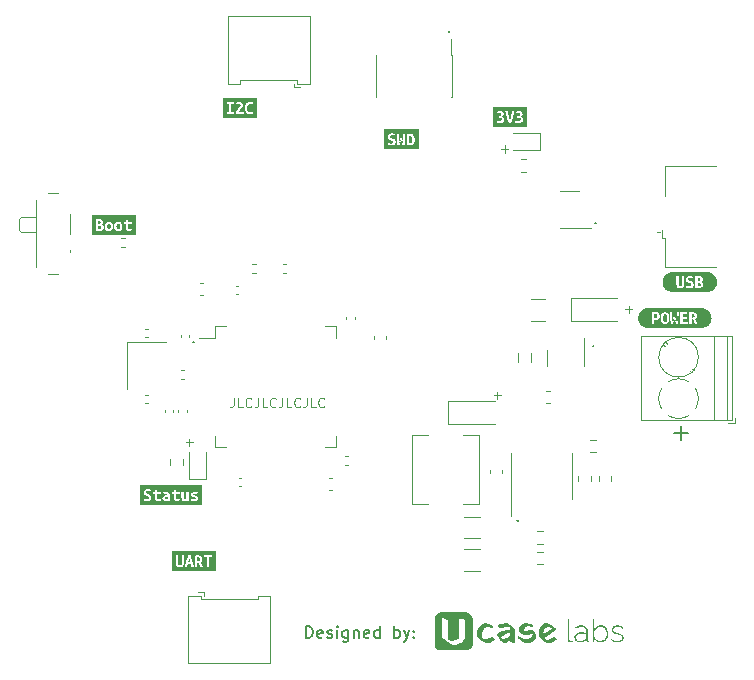
<source format=gbr>
%TF.GenerationSoftware,KiCad,Pcbnew,8.0.1*%
%TF.CreationDate,2024-05-01T14:41:19+05:45*%
%TF.ProjectId,STM32F4_Breakout_REV2,53544d33-3246-4345-9f42-7265616b6f75,rev?*%
%TF.SameCoordinates,Original*%
%TF.FileFunction,Legend,Top*%
%TF.FilePolarity,Positive*%
%FSLAX46Y46*%
G04 Gerber Fmt 4.6, Leading zero omitted, Abs format (unit mm)*
G04 Created by KiCad (PCBNEW 8.0.1) date 2024-05-01 14:41:19*
%MOMM*%
%LPD*%
G01*
G04 APERTURE LIST*
%ADD10C,0.100000*%
%ADD11C,0.150000*%
%ADD12C,0.000000*%
%ADD13C,0.120000*%
G04 APERTURE END LIST*
D10*
X66296236Y-64933695D02*
X66296236Y-65505123D01*
X66296236Y-65505123D02*
X66258141Y-65619409D01*
X66258141Y-65619409D02*
X66181950Y-65695600D01*
X66181950Y-65695600D02*
X66067665Y-65733695D01*
X66067665Y-65733695D02*
X65991474Y-65733695D01*
X67058141Y-65733695D02*
X66677189Y-65733695D01*
X66677189Y-65733695D02*
X66677189Y-64933695D01*
X67781951Y-65657504D02*
X67743855Y-65695600D01*
X67743855Y-65695600D02*
X67629570Y-65733695D01*
X67629570Y-65733695D02*
X67553379Y-65733695D01*
X67553379Y-65733695D02*
X67439093Y-65695600D01*
X67439093Y-65695600D02*
X67362903Y-65619409D01*
X67362903Y-65619409D02*
X67324808Y-65543219D01*
X67324808Y-65543219D02*
X67286712Y-65390838D01*
X67286712Y-65390838D02*
X67286712Y-65276552D01*
X67286712Y-65276552D02*
X67324808Y-65124171D01*
X67324808Y-65124171D02*
X67362903Y-65047980D01*
X67362903Y-65047980D02*
X67439093Y-64971790D01*
X67439093Y-64971790D02*
X67553379Y-64933695D01*
X67553379Y-64933695D02*
X67629570Y-64933695D01*
X67629570Y-64933695D02*
X67743855Y-64971790D01*
X67743855Y-64971790D02*
X67781951Y-65009885D01*
X68353379Y-64933695D02*
X68353379Y-65505123D01*
X68353379Y-65505123D02*
X68315284Y-65619409D01*
X68315284Y-65619409D02*
X68239093Y-65695600D01*
X68239093Y-65695600D02*
X68124808Y-65733695D01*
X68124808Y-65733695D02*
X68048617Y-65733695D01*
X69115284Y-65733695D02*
X68734332Y-65733695D01*
X68734332Y-65733695D02*
X68734332Y-64933695D01*
X69839094Y-65657504D02*
X69800998Y-65695600D01*
X69800998Y-65695600D02*
X69686713Y-65733695D01*
X69686713Y-65733695D02*
X69610522Y-65733695D01*
X69610522Y-65733695D02*
X69496236Y-65695600D01*
X69496236Y-65695600D02*
X69420046Y-65619409D01*
X69420046Y-65619409D02*
X69381951Y-65543219D01*
X69381951Y-65543219D02*
X69343855Y-65390838D01*
X69343855Y-65390838D02*
X69343855Y-65276552D01*
X69343855Y-65276552D02*
X69381951Y-65124171D01*
X69381951Y-65124171D02*
X69420046Y-65047980D01*
X69420046Y-65047980D02*
X69496236Y-64971790D01*
X69496236Y-64971790D02*
X69610522Y-64933695D01*
X69610522Y-64933695D02*
X69686713Y-64933695D01*
X69686713Y-64933695D02*
X69800998Y-64971790D01*
X69800998Y-64971790D02*
X69839094Y-65009885D01*
X70410522Y-64933695D02*
X70410522Y-65505123D01*
X70410522Y-65505123D02*
X70372427Y-65619409D01*
X70372427Y-65619409D02*
X70296236Y-65695600D01*
X70296236Y-65695600D02*
X70181951Y-65733695D01*
X70181951Y-65733695D02*
X70105760Y-65733695D01*
X71172427Y-65733695D02*
X70791475Y-65733695D01*
X70791475Y-65733695D02*
X70791475Y-64933695D01*
X71896237Y-65657504D02*
X71858141Y-65695600D01*
X71858141Y-65695600D02*
X71743856Y-65733695D01*
X71743856Y-65733695D02*
X71667665Y-65733695D01*
X71667665Y-65733695D02*
X71553379Y-65695600D01*
X71553379Y-65695600D02*
X71477189Y-65619409D01*
X71477189Y-65619409D02*
X71439094Y-65543219D01*
X71439094Y-65543219D02*
X71400998Y-65390838D01*
X71400998Y-65390838D02*
X71400998Y-65276552D01*
X71400998Y-65276552D02*
X71439094Y-65124171D01*
X71439094Y-65124171D02*
X71477189Y-65047980D01*
X71477189Y-65047980D02*
X71553379Y-64971790D01*
X71553379Y-64971790D02*
X71667665Y-64933695D01*
X71667665Y-64933695D02*
X71743856Y-64933695D01*
X71743856Y-64933695D02*
X71858141Y-64971790D01*
X71858141Y-64971790D02*
X71896237Y-65009885D01*
X72467665Y-64933695D02*
X72467665Y-65505123D01*
X72467665Y-65505123D02*
X72429570Y-65619409D01*
X72429570Y-65619409D02*
X72353379Y-65695600D01*
X72353379Y-65695600D02*
X72239094Y-65733695D01*
X72239094Y-65733695D02*
X72162903Y-65733695D01*
X73229570Y-65733695D02*
X72848618Y-65733695D01*
X72848618Y-65733695D02*
X72848618Y-64933695D01*
X73953380Y-65657504D02*
X73915284Y-65695600D01*
X73915284Y-65695600D02*
X73800999Y-65733695D01*
X73800999Y-65733695D02*
X73724808Y-65733695D01*
X73724808Y-65733695D02*
X73610522Y-65695600D01*
X73610522Y-65695600D02*
X73534332Y-65619409D01*
X73534332Y-65619409D02*
X73496237Y-65543219D01*
X73496237Y-65543219D02*
X73458141Y-65390838D01*
X73458141Y-65390838D02*
X73458141Y-65276552D01*
X73458141Y-65276552D02*
X73496237Y-65124171D01*
X73496237Y-65124171D02*
X73534332Y-65047980D01*
X73534332Y-65047980D02*
X73610522Y-64971790D01*
X73610522Y-64971790D02*
X73724808Y-64933695D01*
X73724808Y-64933695D02*
X73800999Y-64933695D01*
X73800999Y-64933695D02*
X73915284Y-64971790D01*
X73915284Y-64971790D02*
X73953380Y-65009885D01*
D11*
X72396579Y-85264619D02*
X72396579Y-84264619D01*
X72396579Y-84264619D02*
X72634674Y-84264619D01*
X72634674Y-84264619D02*
X72777531Y-84312238D01*
X72777531Y-84312238D02*
X72872769Y-84407476D01*
X72872769Y-84407476D02*
X72920388Y-84502714D01*
X72920388Y-84502714D02*
X72968007Y-84693190D01*
X72968007Y-84693190D02*
X72968007Y-84836047D01*
X72968007Y-84836047D02*
X72920388Y-85026523D01*
X72920388Y-85026523D02*
X72872769Y-85121761D01*
X72872769Y-85121761D02*
X72777531Y-85217000D01*
X72777531Y-85217000D02*
X72634674Y-85264619D01*
X72634674Y-85264619D02*
X72396579Y-85264619D01*
X73777531Y-85217000D02*
X73682293Y-85264619D01*
X73682293Y-85264619D02*
X73491817Y-85264619D01*
X73491817Y-85264619D02*
X73396579Y-85217000D01*
X73396579Y-85217000D02*
X73348960Y-85121761D01*
X73348960Y-85121761D02*
X73348960Y-84740809D01*
X73348960Y-84740809D02*
X73396579Y-84645571D01*
X73396579Y-84645571D02*
X73491817Y-84597952D01*
X73491817Y-84597952D02*
X73682293Y-84597952D01*
X73682293Y-84597952D02*
X73777531Y-84645571D01*
X73777531Y-84645571D02*
X73825150Y-84740809D01*
X73825150Y-84740809D02*
X73825150Y-84836047D01*
X73825150Y-84836047D02*
X73348960Y-84931285D01*
X74206103Y-85217000D02*
X74301341Y-85264619D01*
X74301341Y-85264619D02*
X74491817Y-85264619D01*
X74491817Y-85264619D02*
X74587055Y-85217000D01*
X74587055Y-85217000D02*
X74634674Y-85121761D01*
X74634674Y-85121761D02*
X74634674Y-85074142D01*
X74634674Y-85074142D02*
X74587055Y-84978904D01*
X74587055Y-84978904D02*
X74491817Y-84931285D01*
X74491817Y-84931285D02*
X74348960Y-84931285D01*
X74348960Y-84931285D02*
X74253722Y-84883666D01*
X74253722Y-84883666D02*
X74206103Y-84788428D01*
X74206103Y-84788428D02*
X74206103Y-84740809D01*
X74206103Y-84740809D02*
X74253722Y-84645571D01*
X74253722Y-84645571D02*
X74348960Y-84597952D01*
X74348960Y-84597952D02*
X74491817Y-84597952D01*
X74491817Y-84597952D02*
X74587055Y-84645571D01*
X75063246Y-85264619D02*
X75063246Y-84597952D01*
X75063246Y-84264619D02*
X75015627Y-84312238D01*
X75015627Y-84312238D02*
X75063246Y-84359857D01*
X75063246Y-84359857D02*
X75110865Y-84312238D01*
X75110865Y-84312238D02*
X75063246Y-84264619D01*
X75063246Y-84264619D02*
X75063246Y-84359857D01*
X75968007Y-84597952D02*
X75968007Y-85407476D01*
X75968007Y-85407476D02*
X75920388Y-85502714D01*
X75920388Y-85502714D02*
X75872769Y-85550333D01*
X75872769Y-85550333D02*
X75777531Y-85597952D01*
X75777531Y-85597952D02*
X75634674Y-85597952D01*
X75634674Y-85597952D02*
X75539436Y-85550333D01*
X75968007Y-85217000D02*
X75872769Y-85264619D01*
X75872769Y-85264619D02*
X75682293Y-85264619D01*
X75682293Y-85264619D02*
X75587055Y-85217000D01*
X75587055Y-85217000D02*
X75539436Y-85169380D01*
X75539436Y-85169380D02*
X75491817Y-85074142D01*
X75491817Y-85074142D02*
X75491817Y-84788428D01*
X75491817Y-84788428D02*
X75539436Y-84693190D01*
X75539436Y-84693190D02*
X75587055Y-84645571D01*
X75587055Y-84645571D02*
X75682293Y-84597952D01*
X75682293Y-84597952D02*
X75872769Y-84597952D01*
X75872769Y-84597952D02*
X75968007Y-84645571D01*
X76444198Y-84597952D02*
X76444198Y-85264619D01*
X76444198Y-84693190D02*
X76491817Y-84645571D01*
X76491817Y-84645571D02*
X76587055Y-84597952D01*
X76587055Y-84597952D02*
X76729912Y-84597952D01*
X76729912Y-84597952D02*
X76825150Y-84645571D01*
X76825150Y-84645571D02*
X76872769Y-84740809D01*
X76872769Y-84740809D02*
X76872769Y-85264619D01*
X77729912Y-85217000D02*
X77634674Y-85264619D01*
X77634674Y-85264619D02*
X77444198Y-85264619D01*
X77444198Y-85264619D02*
X77348960Y-85217000D01*
X77348960Y-85217000D02*
X77301341Y-85121761D01*
X77301341Y-85121761D02*
X77301341Y-84740809D01*
X77301341Y-84740809D02*
X77348960Y-84645571D01*
X77348960Y-84645571D02*
X77444198Y-84597952D01*
X77444198Y-84597952D02*
X77634674Y-84597952D01*
X77634674Y-84597952D02*
X77729912Y-84645571D01*
X77729912Y-84645571D02*
X77777531Y-84740809D01*
X77777531Y-84740809D02*
X77777531Y-84836047D01*
X77777531Y-84836047D02*
X77301341Y-84931285D01*
X78634674Y-85264619D02*
X78634674Y-84264619D01*
X78634674Y-85217000D02*
X78539436Y-85264619D01*
X78539436Y-85264619D02*
X78348960Y-85264619D01*
X78348960Y-85264619D02*
X78253722Y-85217000D01*
X78253722Y-85217000D02*
X78206103Y-85169380D01*
X78206103Y-85169380D02*
X78158484Y-85074142D01*
X78158484Y-85074142D02*
X78158484Y-84788428D01*
X78158484Y-84788428D02*
X78206103Y-84693190D01*
X78206103Y-84693190D02*
X78253722Y-84645571D01*
X78253722Y-84645571D02*
X78348960Y-84597952D01*
X78348960Y-84597952D02*
X78539436Y-84597952D01*
X78539436Y-84597952D02*
X78634674Y-84645571D01*
X79872770Y-85264619D02*
X79872770Y-84264619D01*
X79872770Y-84645571D02*
X79968008Y-84597952D01*
X79968008Y-84597952D02*
X80158484Y-84597952D01*
X80158484Y-84597952D02*
X80253722Y-84645571D01*
X80253722Y-84645571D02*
X80301341Y-84693190D01*
X80301341Y-84693190D02*
X80348960Y-84788428D01*
X80348960Y-84788428D02*
X80348960Y-85074142D01*
X80348960Y-85074142D02*
X80301341Y-85169380D01*
X80301341Y-85169380D02*
X80253722Y-85217000D01*
X80253722Y-85217000D02*
X80158484Y-85264619D01*
X80158484Y-85264619D02*
X79968008Y-85264619D01*
X79968008Y-85264619D02*
X79872770Y-85217000D01*
X80682294Y-84597952D02*
X80920389Y-85264619D01*
X81158484Y-84597952D02*
X80920389Y-85264619D01*
X80920389Y-85264619D02*
X80825151Y-85502714D01*
X80825151Y-85502714D02*
X80777532Y-85550333D01*
X80777532Y-85550333D02*
X80682294Y-85597952D01*
X81539437Y-85169380D02*
X81587056Y-85217000D01*
X81587056Y-85217000D02*
X81539437Y-85264619D01*
X81539437Y-85264619D02*
X81491818Y-85217000D01*
X81491818Y-85217000D02*
X81539437Y-85169380D01*
X81539437Y-85169380D02*
X81539437Y-85264619D01*
X81539437Y-84645571D02*
X81587056Y-84693190D01*
X81587056Y-84693190D02*
X81539437Y-84740809D01*
X81539437Y-84740809D02*
X81491818Y-84693190D01*
X81491818Y-84693190D02*
X81539437Y-84645571D01*
X81539437Y-84645571D02*
X81539437Y-84740809D01*
X96748600Y-60579000D02*
G75*
G02*
X96697800Y-60579000I-25400J0D01*
G01*
X96697800Y-60579000D02*
G75*
G02*
X96748600Y-60579000I25400J0D01*
G01*
X84562596Y-33959800D02*
G75*
G02*
X84449004Y-33959800I-56796J0D01*
G01*
X84449004Y-33959800D02*
G75*
G02*
X84562596Y-33959800I56796J0D01*
G01*
X102342596Y-50927000D02*
G75*
G02*
X102229004Y-50927000I-56796J0D01*
G01*
X102229004Y-50927000D02*
G75*
G02*
X102342596Y-50927000I56796J0D01*
G01*
X96926400Y-50165000D02*
G75*
G02*
X96875600Y-50165000I-25400J0D01*
G01*
X96875600Y-50165000D02*
G75*
G02*
X96926400Y-50165000I25400J0D01*
G01*
X62926321Y-60223400D02*
G75*
G02*
X62854479Y-60223400I-35921J0D01*
G01*
X62854479Y-60223400D02*
G75*
G02*
X62926321Y-60223400I35921J0D01*
G01*
X90404596Y-75336400D02*
G75*
G02*
X90291004Y-75336400I-56796J0D01*
G01*
X90291004Y-75336400D02*
G75*
G02*
X90404596Y-75336400I56796J0D01*
G01*
D10*
X88292665Y-64717733D02*
X88902189Y-64717733D01*
X88597427Y-65022495D02*
X88597427Y-64412971D01*
X99417865Y-57427933D02*
X100027389Y-57427933D01*
X99722627Y-57732695D02*
X99722627Y-57123171D01*
X62232265Y-68705533D02*
X62841789Y-68705533D01*
X62537027Y-69010295D02*
X62537027Y-68400771D01*
D11*
X103579826Y-67893400D02*
X104722684Y-67893400D01*
X104151255Y-68464828D02*
X104151255Y-67321971D01*
D10*
X88927665Y-43864333D02*
X89537189Y-43864333D01*
X89232427Y-44169095D02*
X89232427Y-43559571D01*
D12*
%TO.C,G\u002A\u002A\u002A*%
G36*
X86116922Y-83125952D02*
G01*
X86212683Y-83166533D01*
X86298664Y-83223767D01*
X86372664Y-83295455D01*
X86432485Y-83379402D01*
X86475929Y-83473410D01*
X86481514Y-83490192D01*
X86504086Y-83561935D01*
X86504086Y-84708144D01*
X86504086Y-85854353D01*
X86481514Y-85926096D01*
X86442152Y-86019172D01*
X86386508Y-86103658D01*
X86317160Y-86176951D01*
X86236683Y-86236450D01*
X86147653Y-86279553D01*
X86123490Y-86287731D01*
X86113026Y-86290807D01*
X86101880Y-86293550D01*
X86088888Y-86295978D01*
X86072888Y-86298110D01*
X86052715Y-86299965D01*
X86027205Y-86301560D01*
X85995195Y-86302914D01*
X85955520Y-86304045D01*
X85907017Y-86304973D01*
X85848523Y-86305715D01*
X85778872Y-86306290D01*
X85696901Y-86306717D01*
X85601447Y-86307013D01*
X85491345Y-86307198D01*
X85365433Y-86307289D01*
X85222545Y-86307306D01*
X85061518Y-86307266D01*
X84895773Y-86307195D01*
X84716577Y-86307097D01*
X84556604Y-86306970D01*
X84414699Y-86306795D01*
X84289706Y-86306554D01*
X84180471Y-86306229D01*
X84085838Y-86305803D01*
X84004654Y-86305257D01*
X83935763Y-86304572D01*
X83878011Y-86303732D01*
X83830242Y-86302717D01*
X83791302Y-86301510D01*
X83760036Y-86300092D01*
X83735290Y-86298446D01*
X83715907Y-86296554D01*
X83700735Y-86294397D01*
X83688616Y-86291957D01*
X83678398Y-86289216D01*
X83674708Y-86288071D01*
X83582177Y-86248075D01*
X83498291Y-86191167D01*
X83425528Y-86119860D01*
X83366369Y-86036662D01*
X83323292Y-85944085D01*
X83317272Y-85926096D01*
X83294700Y-85854353D01*
X83294700Y-84708144D01*
X83294700Y-84560737D01*
X83946939Y-84560737D01*
X83947008Y-84652423D01*
X83947229Y-84736354D01*
X83947612Y-84810521D01*
X83948165Y-84872915D01*
X83948898Y-84921527D01*
X83949525Y-84946360D01*
X83957462Y-85189671D01*
X84089820Y-85318242D01*
X84218386Y-85437517D01*
X84344192Y-85543119D01*
X84466005Y-85634203D01*
X84582591Y-85709923D01*
X84692717Y-85769435D01*
X84795150Y-85811892D01*
X84822901Y-85820793D01*
X84875266Y-85830984D01*
X84941197Y-85835707D01*
X85014685Y-85835156D01*
X85089723Y-85829523D01*
X85160302Y-85819002D01*
X85205049Y-85808491D01*
X85301966Y-85774722D01*
X85399532Y-85729152D01*
X85494685Y-85674055D01*
X85584362Y-85611710D01*
X85665501Y-85544391D01*
X85735039Y-85474375D01*
X85789915Y-85403939D01*
X85819991Y-85351397D01*
X85852020Y-85283796D01*
X85854867Y-84497621D01*
X85857714Y-83711447D01*
X85824302Y-83700816D01*
X85796711Y-83692260D01*
X85756702Y-83680143D01*
X85707737Y-83665483D01*
X85653282Y-83649301D01*
X85596801Y-83632618D01*
X85541758Y-83616451D01*
X85491617Y-83601822D01*
X85449844Y-83589750D01*
X85419902Y-83581255D01*
X85405255Y-83577357D01*
X85404430Y-83577217D01*
X85403499Y-83587144D01*
X85402613Y-83615872D01*
X85401786Y-83661828D01*
X85401029Y-83723437D01*
X85400355Y-83799124D01*
X85399774Y-83887314D01*
X85399299Y-83986433D01*
X85398943Y-84094907D01*
X85398716Y-84211159D01*
X85398631Y-84333616D01*
X85398631Y-84341696D01*
X85398631Y-85106174D01*
X85374034Y-85154714D01*
X85321386Y-85237018D01*
X85252329Y-85311273D01*
X85169815Y-85375791D01*
X85076794Y-85428880D01*
X84976218Y-85468850D01*
X84871037Y-85494012D01*
X84766536Y-85502672D01*
X84662874Y-85493637D01*
X84567359Y-85466199D01*
X84480709Y-85420606D01*
X84440909Y-85391058D01*
X84405249Y-85361677D01*
X84400155Y-84533767D01*
X84395061Y-83705856D01*
X84176007Y-83641774D01*
X84112829Y-83623297D01*
X84056682Y-83606885D01*
X84010350Y-83593352D01*
X83976621Y-83583511D01*
X83958281Y-83578177D01*
X83955753Y-83577455D01*
X83954673Y-83587092D01*
X83953626Y-83615097D01*
X83952622Y-83659461D01*
X83951670Y-83718173D01*
X83950779Y-83789225D01*
X83949957Y-83870607D01*
X83949216Y-83960310D01*
X83948562Y-84056324D01*
X83948006Y-84156641D01*
X83947556Y-84259249D01*
X83947223Y-84362141D01*
X83947014Y-84463307D01*
X83946939Y-84560737D01*
X83294700Y-84560737D01*
X83294700Y-83561935D01*
X83317201Y-83490615D01*
X83357782Y-83394854D01*
X83415016Y-83308873D01*
X83486704Y-83234873D01*
X83570651Y-83175052D01*
X83664659Y-83131608D01*
X83681441Y-83126023D01*
X83753184Y-83103451D01*
X84899393Y-83103451D01*
X86045602Y-83103451D01*
X86116922Y-83125952D01*
G37*
G36*
X89507428Y-83998560D02*
G01*
X89536995Y-84011846D01*
X89578141Y-84039087D01*
X89629117Y-84078829D01*
X89688172Y-84129614D01*
X89753557Y-84189986D01*
X89823522Y-84258487D01*
X89841520Y-84276707D01*
X89889672Y-84326467D01*
X89935914Y-84375512D01*
X89977185Y-84420503D01*
X90010427Y-84458098D01*
X90032579Y-84484959D01*
X90033964Y-84486788D01*
X90054571Y-84515395D01*
X90068120Y-84538959D01*
X90076762Y-84563744D01*
X90082648Y-84596011D01*
X90087928Y-84642022D01*
X90088206Y-84644710D01*
X90089709Y-84670851D01*
X90090683Y-84713166D01*
X90091169Y-84769293D01*
X90091207Y-84836870D01*
X90090836Y-84913535D01*
X90090099Y-84996925D01*
X90089035Y-85084677D01*
X90087684Y-85174430D01*
X90086087Y-85263820D01*
X90084285Y-85350486D01*
X90082318Y-85432066D01*
X90080226Y-85506195D01*
X90078050Y-85570514D01*
X90075830Y-85622658D01*
X90073607Y-85660265D01*
X90071421Y-85680974D01*
X90070413Y-85684202D01*
X90059511Y-85683443D01*
X90031865Y-85678570D01*
X89990552Y-85670211D01*
X89938645Y-85658991D01*
X89879221Y-85645537D01*
X89869211Y-85643216D01*
X89672718Y-85597521D01*
X89676499Y-85517638D01*
X89680279Y-85437755D01*
X89627655Y-85483038D01*
X89537785Y-85556725D01*
X89458061Y-85614058D01*
X89387259Y-85655591D01*
X89324156Y-85681880D01*
X89267528Y-85693480D01*
X89216149Y-85690947D01*
X89187176Y-85682814D01*
X89124367Y-85653566D01*
X89061093Y-85611889D01*
X88995476Y-85556193D01*
X88925639Y-85484887D01*
X88851039Y-85398018D01*
X88773633Y-85299675D01*
X88717910Y-85221698D01*
X88956601Y-85221698D01*
X88969815Y-85258528D01*
X88999178Y-85293895D01*
X89043382Y-85316139D01*
X89101585Y-85325151D01*
X89172950Y-85320821D01*
X89256635Y-85303041D01*
X89274242Y-85298020D01*
X89319755Y-85282684D01*
X89372757Y-85262082D01*
X89422664Y-85240359D01*
X89428194Y-85237754D01*
X89466861Y-85218079D01*
X89510816Y-85193735D01*
X89556094Y-85167162D01*
X89598733Y-85140802D01*
X89634772Y-85117095D01*
X89660247Y-85098482D01*
X89670705Y-85088376D01*
X89673284Y-85075365D01*
X89676432Y-85046081D01*
X89679785Y-85004610D01*
X89682977Y-84955035D01*
X89683552Y-84944734D01*
X89686389Y-84890235D01*
X89687715Y-84852854D01*
X89687203Y-84829368D01*
X89684531Y-84816552D01*
X89679374Y-84811183D01*
X89671408Y-84810036D01*
X89670016Y-84810029D01*
X89653796Y-84813235D01*
X89621988Y-84822114D01*
X89578217Y-84835562D01*
X89526113Y-84852472D01*
X89482639Y-84867142D01*
X89347278Y-84916567D01*
X89232225Y-84965032D01*
X89137432Y-85012562D01*
X89062853Y-85059184D01*
X89008442Y-85104921D01*
X88977648Y-85143726D01*
X88958698Y-85184877D01*
X88956601Y-85221698D01*
X88717910Y-85221698D01*
X88711772Y-85213109D01*
X88664973Y-85137516D01*
X88632753Y-85072090D01*
X88614629Y-85016027D01*
X88611619Y-84999152D01*
X88613822Y-84945183D01*
X88635662Y-84893414D01*
X88677314Y-84843633D01*
X88738951Y-84795633D01*
X88818988Y-84750081D01*
X88904931Y-84712872D01*
X89009480Y-84677894D01*
X89133040Y-84645043D01*
X89276015Y-84614213D01*
X89438810Y-84585298D01*
X89470974Y-84580175D01*
X89529361Y-84570981D01*
X89582135Y-84562584D01*
X89625386Y-84555612D01*
X89655207Y-84550694D01*
X89666135Y-84548784D01*
X89678061Y-84545422D01*
X89684922Y-84538040D01*
X89687779Y-84522213D01*
X89687692Y-84493515D01*
X89686472Y-84463938D01*
X89683620Y-84420995D01*
X89678737Y-84392496D01*
X89670222Y-84372513D01*
X89657395Y-84356105D01*
X89629942Y-84332634D01*
X89599416Y-84314674D01*
X89599179Y-84314573D01*
X89552901Y-84303297D01*
X89488888Y-84301186D01*
X89407570Y-84308177D01*
X89309381Y-84324210D01*
X89194754Y-84349222D01*
X89064119Y-84383151D01*
X89008734Y-84398843D01*
X88953115Y-84414863D01*
X88903216Y-84429099D01*
X88862831Y-84440478D01*
X88835751Y-84447930D01*
X88827070Y-84450163D01*
X88817756Y-84449336D01*
X88806642Y-84441243D01*
X88792009Y-84423616D01*
X88772132Y-84394189D01*
X88745292Y-84350696D01*
X88722638Y-84312697D01*
X88694278Y-84264179D01*
X88670003Y-84221567D01*
X88651568Y-84188028D01*
X88640726Y-84166729D01*
X88638583Y-84160944D01*
X88648324Y-84155025D01*
X88676399Y-84145907D01*
X88721087Y-84133991D01*
X88780665Y-84119679D01*
X88853412Y-84103374D01*
X88937605Y-84085477D01*
X89031522Y-84066390D01*
X89107255Y-84051546D01*
X89214922Y-84031537D01*
X89307837Y-84015893D01*
X89384955Y-84004751D01*
X89445227Y-83998251D01*
X89487607Y-83996531D01*
X89507428Y-83998560D01*
G37*
G36*
X87660760Y-84009179D02*
G01*
X87719506Y-84022193D01*
X87766254Y-84036860D01*
X87801661Y-84049841D01*
X87848904Y-84068445D01*
X87904721Y-84091260D01*
X87965850Y-84116874D01*
X88029032Y-84143875D01*
X88091005Y-84170851D01*
X88148507Y-84196391D01*
X88198277Y-84219083D01*
X88237055Y-84237514D01*
X88261580Y-84250272D01*
X88266824Y-84253584D01*
X88274102Y-84260826D01*
X88275264Y-84270465D01*
X88268849Y-84285979D01*
X88253395Y-84310842D01*
X88227440Y-84348531D01*
X88226072Y-84350484D01*
X88200337Y-84385279D01*
X88177899Y-84412091D01*
X88161738Y-84427549D01*
X88155904Y-84429874D01*
X88142801Y-84425206D01*
X88113934Y-84415116D01*
X88072804Y-84400819D01*
X88022910Y-84383535D01*
X87986517Y-84370957D01*
X87903794Y-84343962D01*
X87835853Y-84325822D01*
X87779255Y-84316270D01*
X87730561Y-84315038D01*
X87686333Y-84321858D01*
X87643133Y-84336464D01*
X87628261Y-84343065D01*
X87561960Y-84384270D01*
X87499460Y-84442676D01*
X87442219Y-84515243D01*
X87391695Y-84598930D01*
X87349348Y-84690697D01*
X87316634Y-84787503D01*
X87295013Y-84886308D01*
X87285942Y-84984072D01*
X87288030Y-85052435D01*
X87302516Y-85147451D01*
X87327816Y-85225467D01*
X87364298Y-85286981D01*
X87412333Y-85332491D01*
X87472291Y-85362494D01*
X87528033Y-85375517D01*
X87593597Y-85376138D01*
X87670247Y-85361577D01*
X87756307Y-85332535D01*
X87850100Y-85289715D01*
X87949948Y-85233819D01*
X88054177Y-85165550D01*
X88089392Y-85140321D01*
X88136230Y-85106048D01*
X88260050Y-85250067D01*
X88299050Y-85295739D01*
X88333003Y-85336090D01*
X88359832Y-85368605D01*
X88377462Y-85390768D01*
X88383818Y-85400066D01*
X88383818Y-85400072D01*
X88375694Y-85408726D01*
X88353514Y-85426019D01*
X88320472Y-85449742D01*
X88279762Y-85477689D01*
X88234580Y-85507653D01*
X88188119Y-85537425D01*
X88158272Y-85555919D01*
X88050202Y-85614970D01*
X87948606Y-85655882D01*
X87851564Y-85679081D01*
X87757153Y-85684994D01*
X87663453Y-85674048D01*
X87645201Y-85670010D01*
X87593816Y-85653743D01*
X87531319Y-85627666D01*
X87462759Y-85594375D01*
X87393189Y-85556469D01*
X87327660Y-85516545D01*
X87273320Y-85478788D01*
X87209207Y-85426833D01*
X87145060Y-85368375D01*
X87084254Y-85307004D01*
X87030167Y-85246307D01*
X86986175Y-85189872D01*
X86955654Y-85141286D01*
X86955586Y-85141156D01*
X86923967Y-85073425D01*
X86902449Y-85008639D01*
X86889610Y-84940362D01*
X86884029Y-84862158D01*
X86883523Y-84815124D01*
X86887921Y-84717185D01*
X86901245Y-84631154D01*
X86925138Y-84549909D01*
X86961242Y-84466325D01*
X86966329Y-84456086D01*
X87026125Y-84355118D01*
X87098168Y-84263718D01*
X87180131Y-84183521D01*
X87269685Y-84116163D01*
X87364505Y-84063281D01*
X87462262Y-84026509D01*
X87560628Y-84007484D01*
X87607926Y-84005136D01*
X87660760Y-84009179D01*
G37*
G36*
X91057146Y-84007367D02*
G01*
X91112395Y-84014605D01*
X91177953Y-84027661D01*
X91232098Y-84040538D01*
X91346004Y-84069481D01*
X91439972Y-84094592D01*
X91514075Y-84115894D01*
X91568384Y-84133409D01*
X91602972Y-84147158D01*
X91617910Y-84157164D01*
X91618584Y-84159200D01*
X91616676Y-84175607D01*
X91611777Y-84205802D01*
X91604901Y-84243597D01*
X91604055Y-84248018D01*
X91589669Y-84322791D01*
X91558349Y-84318242D01*
X91536111Y-84314596D01*
X91499112Y-84308094D01*
X91452613Y-84299673D01*
X91404768Y-84290816D01*
X91301361Y-84275294D01*
X91213014Y-84270807D01*
X91137398Y-84277768D01*
X91072185Y-84296591D01*
X91015046Y-84327690D01*
X90966539Y-84368559D01*
X90926517Y-84416970D01*
X90892973Y-84473635D01*
X90867832Y-84533562D01*
X90853022Y-84591758D01*
X90850468Y-84643230D01*
X90853496Y-84661573D01*
X90857448Y-84672859D01*
X90864326Y-84680776D01*
X90876377Y-84685121D01*
X90895849Y-84685692D01*
X90924990Y-84682285D01*
X90966048Y-84674698D01*
X91021270Y-84662728D01*
X91092903Y-84646172D01*
X91135511Y-84636126D01*
X91216686Y-84617730D01*
X91292487Y-84602088D01*
X91359066Y-84589918D01*
X91412573Y-84581938D01*
X91440428Y-84579216D01*
X91527030Y-84573947D01*
X91604772Y-84625547D01*
X91695615Y-84696409D01*
X91768579Y-84776295D01*
X91823339Y-84864632D01*
X91859567Y-84960843D01*
X91876938Y-85064355D01*
X91878535Y-85108441D01*
X91868654Y-85203216D01*
X91840080Y-85294403D01*
X91794409Y-85380264D01*
X91733239Y-85459064D01*
X91658170Y-85529066D01*
X91570798Y-85588534D01*
X91472723Y-85635729D01*
X91365541Y-85668918D01*
X91362003Y-85669724D01*
X91292444Y-85680800D01*
X91212906Y-85686040D01*
X91130188Y-85685567D01*
X91051087Y-85679505D01*
X90982401Y-85667976D01*
X90961410Y-85662474D01*
X90874587Y-85629256D01*
X90779469Y-85578898D01*
X90677307Y-85512260D01*
X90569353Y-85430203D01*
X90456860Y-85333589D01*
X90384169Y-85265584D01*
X90331481Y-85214755D01*
X90358273Y-85160126D01*
X90373534Y-85131114D01*
X90385930Y-85111304D01*
X90391783Y-85105497D01*
X90402813Y-85110803D01*
X90426192Y-85124906D01*
X90457461Y-85145080D01*
X90467341Y-85151660D01*
X90564902Y-85209583D01*
X90673225Y-85261008D01*
X90782800Y-85301474D01*
X90794696Y-85305117D01*
X90871905Y-85323307D01*
X90956076Y-85334785D01*
X91040786Y-85339215D01*
X91119610Y-85336260D01*
X91185977Y-85325620D01*
X91281278Y-85293432D01*
X91368252Y-85247750D01*
X91443697Y-85190792D01*
X91504412Y-85124775D01*
X91528544Y-85088551D01*
X91545029Y-85057216D01*
X91562038Y-85019709D01*
X91577753Y-84980841D01*
X91590352Y-84945419D01*
X91598015Y-84918254D01*
X91598923Y-84904153D01*
X91598541Y-84903615D01*
X91587456Y-84904337D01*
X91559593Y-84909496D01*
X91517907Y-84918447D01*
X91465356Y-84930546D01*
X91404894Y-84945148D01*
X91381706Y-84950907D01*
X91256966Y-84980887D01*
X91149801Y-85003851D01*
X91058702Y-85019929D01*
X90982161Y-85029247D01*
X90918667Y-85031934D01*
X90866713Y-85028118D01*
X90824789Y-85017925D01*
X90791386Y-85001484D01*
X90790598Y-85000962D01*
X90736433Y-84959746D01*
X90677569Y-84906504D01*
X90618023Y-84845648D01*
X90561808Y-84781596D01*
X90512941Y-84718761D01*
X90475436Y-84661558D01*
X90465824Y-84643857D01*
X90440358Y-84571371D01*
X90433526Y-84492251D01*
X90445238Y-84407900D01*
X90475403Y-84319718D01*
X90488840Y-84291115D01*
X90538179Y-84214607D01*
X90603545Y-84147773D01*
X90682325Y-84092056D01*
X90771904Y-84048897D01*
X90869670Y-84019740D01*
X90973008Y-84006027D01*
X91007033Y-84005136D01*
X91057146Y-84007367D01*
G37*
G36*
X92846062Y-84012524D02*
G01*
X92896553Y-84024577D01*
X92950443Y-84044602D01*
X93010410Y-84073693D01*
X93079134Y-84112941D01*
X93159294Y-84163440D01*
X93213232Y-84199084D01*
X93294932Y-84255580D01*
X93378691Y-84316739D01*
X93458868Y-84378288D01*
X93529821Y-84435953D01*
X93559391Y-84461390D01*
X93604990Y-84501561D01*
X93298637Y-84729662D01*
X93218051Y-84789516D01*
X93132686Y-84852657D01*
X93046330Y-84916302D01*
X92962766Y-84977669D01*
X92885783Y-85033976D01*
X92819165Y-85082438D01*
X92787267Y-85105497D01*
X92730872Y-85146466D01*
X92680382Y-85183780D01*
X92638039Y-85215730D01*
X92606084Y-85240608D01*
X92586759Y-85256704D01*
X92581897Y-85262045D01*
X92589579Y-85276838D01*
X92610493Y-85298187D01*
X92640193Y-85322509D01*
X92674234Y-85346219D01*
X92708174Y-85365734D01*
X92713994Y-85368555D01*
X92790670Y-85393493D01*
X92870550Y-85398687D01*
X92944401Y-85385947D01*
X93006400Y-85363410D01*
X93078660Y-85329350D01*
X93156665Y-85286267D01*
X93235896Y-85236665D01*
X93311833Y-85183047D01*
X93314882Y-85180746D01*
X93425679Y-85096863D01*
X93554207Y-85233086D01*
X93682735Y-85369310D01*
X93542227Y-85462509D01*
X93428833Y-85534134D01*
X93326544Y-85590799D01*
X93233400Y-85633181D01*
X93147443Y-85661960D01*
X93066712Y-85677813D01*
X92989250Y-85681417D01*
X92926325Y-85675637D01*
X92838127Y-85654160D01*
X92743166Y-85616539D01*
X92644355Y-85564564D01*
X92544607Y-85500024D01*
X92446835Y-85424709D01*
X92353952Y-85340408D01*
X92313968Y-85299424D01*
X92245746Y-85220299D01*
X92194175Y-85144413D01*
X92157273Y-85066976D01*
X92133054Y-84983196D01*
X92127432Y-84943719D01*
X92496895Y-84943719D01*
X92628450Y-84853950D01*
X92674279Y-84822685D01*
X92732822Y-84782757D01*
X92799957Y-84736979D01*
X92871558Y-84688161D01*
X92943502Y-84639117D01*
X92991708Y-84606259D01*
X93052277Y-84564769D01*
X93106938Y-84526928D01*
X93153533Y-84494262D01*
X93189905Y-84468297D01*
X93213897Y-84450557D01*
X93223351Y-84442569D01*
X93223416Y-84442385D01*
X93214713Y-84435250D01*
X93191541Y-84422473D01*
X93158311Y-84406074D01*
X93119435Y-84388074D01*
X93079326Y-84370493D01*
X93042396Y-84355351D01*
X93013055Y-84344669D01*
X93004367Y-84342080D01*
X92922041Y-84329689D01*
X92843927Y-84336326D01*
X92771109Y-84360882D01*
X92704672Y-84402248D01*
X92645701Y-84459317D01*
X92595281Y-84530980D01*
X92554496Y-84616129D01*
X92524431Y-84713655D01*
X92506171Y-84822449D01*
X92503381Y-84853950D01*
X92496895Y-84943719D01*
X92127432Y-84943719D01*
X92119538Y-84888281D01*
X92115611Y-84820218D01*
X92117816Y-84693537D01*
X92133924Y-84579706D01*
X92165005Y-84475745D01*
X92212129Y-84378677D01*
X92276366Y-84285521D01*
X92330104Y-84223175D01*
X92416860Y-84141196D01*
X92506643Y-84079051D01*
X92600268Y-84036318D01*
X92698548Y-84012573D01*
X92744559Y-84007968D01*
X92796290Y-84007352D01*
X92846062Y-84012524D01*
G37*
G36*
X94690817Y-84486544D02*
G01*
X94690997Y-84658532D01*
X94691430Y-84813518D01*
X94692110Y-84951092D01*
X94693032Y-85070843D01*
X94694192Y-85172363D01*
X94695584Y-85255243D01*
X94697205Y-85319071D01*
X94699048Y-85363439D01*
X94701110Y-85387938D01*
X94701627Y-85390775D01*
X94719948Y-85439555D01*
X94749628Y-85473169D01*
X94791829Y-85492206D01*
X94847711Y-85497255D01*
X94900924Y-85491962D01*
X94948646Y-85484398D01*
X94980124Y-85480667D01*
X94999318Y-85481939D01*
X95010185Y-85489383D01*
X95016685Y-85504170D01*
X95022775Y-85527469D01*
X95022917Y-85528018D01*
X95029493Y-85555765D01*
X95029840Y-85574173D01*
X95020853Y-85586419D01*
X94999428Y-85595680D01*
X94962460Y-85605134D01*
X94943270Y-85609533D01*
X94850146Y-85624231D01*
X94769006Y-85623142D01*
X94700259Y-85606287D01*
X94679170Y-85596651D01*
X94623105Y-85556959D01*
X94583306Y-85504996D01*
X94559840Y-85440854D01*
X94558189Y-85432686D01*
X94556290Y-85412039D01*
X94554561Y-85371842D01*
X94553011Y-85312922D01*
X94551649Y-85236107D01*
X94550485Y-85142222D01*
X94549527Y-85032095D01*
X94548785Y-84906552D01*
X94548267Y-84766420D01*
X94547983Y-84612526D01*
X94547929Y-84502983D01*
X94547929Y-83628160D01*
X94619249Y-83628160D01*
X94690568Y-83628160D01*
X94690817Y-84486544D01*
G37*
G36*
X95855781Y-84186914D02*
G01*
X95955889Y-84211404D01*
X96044484Y-84251618D01*
X96120645Y-84307064D01*
X96183454Y-84377248D01*
X96217151Y-84431414D01*
X96232179Y-84460445D01*
X96244602Y-84487459D01*
X96254668Y-84514708D01*
X96262624Y-84544444D01*
X96268717Y-84578920D01*
X96273194Y-84620389D01*
X96276302Y-84671102D01*
X96278287Y-84733314D01*
X96279397Y-84809276D01*
X96279878Y-84901240D01*
X96279979Y-85004478D01*
X96280145Y-85093436D01*
X96280618Y-85177061D01*
X96281362Y-85252911D01*
X96282338Y-85318542D01*
X96283508Y-85371512D01*
X96284837Y-85409376D01*
X96286285Y-85429692D01*
X96286522Y-85431135D01*
X96300314Y-85461554D01*
X96317088Y-85474798D01*
X96331428Y-85484120D01*
X96338626Y-85499204D01*
X96340994Y-85526261D01*
X96341110Y-85539335D01*
X96340343Y-85570745D01*
X96336078Y-85587588D01*
X96325371Y-85595666D01*
X96310502Y-85599650D01*
X96273918Y-85598597D01*
X96234193Y-85583352D01*
X96198547Y-85557264D01*
X96184505Y-85541193D01*
X96168585Y-85505906D01*
X96159944Y-85455249D01*
X96159705Y-85452134D01*
X96155280Y-85390957D01*
X96101939Y-85439262D01*
X96023824Y-85500457D01*
X95936299Y-85549917D01*
X95844533Y-85587109D01*
X95801581Y-85601060D01*
X95763813Y-85610484D01*
X95724519Y-85616459D01*
X95676989Y-85620067D01*
X95627913Y-85621994D01*
X95571912Y-85623285D01*
X95530672Y-85622760D01*
X95498618Y-85619847D01*
X95470170Y-85613975D01*
X95439752Y-85604570D01*
X95432005Y-85601886D01*
X95341264Y-85560358D01*
X95264858Y-85504359D01*
X95202667Y-85433780D01*
X95156846Y-85353579D01*
X95142169Y-85306004D01*
X95134044Y-85246721D01*
X95132596Y-85186689D01*
X95263789Y-85186689D01*
X95271349Y-85258232D01*
X95296295Y-85325762D01*
X95337140Y-85386829D01*
X95392400Y-85438986D01*
X95460587Y-85479784D01*
X95508565Y-85498257D01*
X95555864Y-85507603D01*
X95615882Y-85511500D01*
X95681706Y-85509954D01*
X95746424Y-85502973D01*
X95773757Y-85497973D01*
X95861494Y-85472015D01*
X95942956Y-85433720D01*
X96014816Y-85385399D01*
X96073744Y-85329359D01*
X96116414Y-85267911D01*
X96122253Y-85256151D01*
X96133189Y-85230478D01*
X96140429Y-85205962D01*
X96144718Y-85177381D01*
X96146799Y-85139515D01*
X96147417Y-85087142D01*
X96147428Y-85079484D01*
X96147528Y-84956680D01*
X96078755Y-84935053D01*
X96010988Y-84915260D01*
X95950318Y-84901511D01*
X95889963Y-84892842D01*
X95823142Y-84888288D01*
X95743074Y-84886885D01*
X95739987Y-84886881D01*
X95672287Y-84887535D01*
X95620372Y-84889893D01*
X95579690Y-84894356D01*
X95545690Y-84901328D01*
X95531557Y-84905330D01*
X95441404Y-84939881D01*
X95369754Y-84982688D01*
X95316667Y-85033704D01*
X95282202Y-85092879D01*
X95275101Y-85113581D01*
X95263789Y-85186689D01*
X95132596Y-85186689D01*
X95132502Y-85182792D01*
X95137573Y-85121280D01*
X95149288Y-85069247D01*
X95155545Y-85053307D01*
X95197481Y-84985739D01*
X95256925Y-84924347D01*
X95331462Y-84871045D01*
X95418674Y-84827750D01*
X95459003Y-84812843D01*
X95489924Y-84802905D01*
X95517055Y-84795691D01*
X95544579Y-84790768D01*
X95576679Y-84787701D01*
X95617540Y-84786059D01*
X95671346Y-84785405D01*
X95724704Y-84785304D01*
X95820624Y-84786788D01*
X95902269Y-84791748D01*
X95975556Y-84800936D01*
X96046404Y-84815106D01*
X96120730Y-84835009D01*
X96124603Y-84836156D01*
X96136003Y-84838617D01*
X96142815Y-84835085D01*
X96146219Y-84821748D01*
X96147396Y-84794797D01*
X96147528Y-84762146D01*
X96142206Y-84662407D01*
X96125606Y-84577427D01*
X96096774Y-84504397D01*
X96054756Y-84440508D01*
X96028278Y-84410883D01*
X95975501Y-84365409D01*
X95917630Y-84333443D01*
X95850454Y-84313345D01*
X95769762Y-84303476D01*
X95750045Y-84302525D01*
X95699177Y-84301174D01*
X95660796Y-84302333D01*
X95627062Y-84307108D01*
X95590133Y-84316604D01*
X95542579Y-84331791D01*
X95487804Y-84352396D01*
X95428842Y-84378455D01*
X95375808Y-84405389D01*
X95360192Y-84414371D01*
X95324557Y-84435419D01*
X95296303Y-84451409D01*
X95279340Y-84460166D01*
X95276228Y-84461099D01*
X95270495Y-84451592D01*
X95257816Y-84429899D01*
X95246938Y-84411106D01*
X95219579Y-84363686D01*
X95247994Y-84344030D01*
X95358160Y-84278174D01*
X95474340Y-84228019D01*
X95592999Y-84194741D01*
X95710604Y-84179514D01*
X95745081Y-84178642D01*
X95855781Y-84186914D01*
G37*
G36*
X96819971Y-84062087D02*
G01*
X96819971Y-84496015D01*
X96859183Y-84446704D01*
X96928093Y-84370341D01*
X97004876Y-84303228D01*
X97085169Y-84248706D01*
X97164607Y-84210115D01*
X97171873Y-84207427D01*
X97230335Y-84192227D01*
X97300845Y-84182720D01*
X97375788Y-84179243D01*
X97447551Y-84182137D01*
X97508520Y-84191741D01*
X97510813Y-84192317D01*
X97614603Y-84229093D01*
X97708438Y-84283463D01*
X97791765Y-84354943D01*
X97864032Y-84443049D01*
X97924687Y-84547296D01*
X97930945Y-84560410D01*
X97965648Y-84643468D01*
X97988515Y-84721557D01*
X98001278Y-84802578D01*
X98005665Y-84894431D01*
X98005704Y-84901726D01*
X98003532Y-84981414D01*
X97995384Y-85049918D01*
X97979589Y-85114297D01*
X97954477Y-85181609D01*
X97923720Y-85248110D01*
X97898385Y-85296722D01*
X97873477Y-85336392D01*
X97844207Y-85373655D01*
X97805783Y-85415047D01*
X97788733Y-85432271D01*
X97708550Y-85503249D01*
X97626565Y-85556545D01*
X97538469Y-85594699D01*
X97487726Y-85609676D01*
X97427268Y-85619880D01*
X97356265Y-85623914D01*
X97283033Y-85621878D01*
X97215885Y-85613870D01*
X97181088Y-85605988D01*
X97100493Y-85574894D01*
X97018524Y-85529017D01*
X96941119Y-85472511D01*
X96874217Y-85409535D01*
X96838613Y-85366323D01*
X96809782Y-85326587D01*
X96809782Y-85460566D01*
X96809782Y-85594546D01*
X96743557Y-85594546D01*
X96677331Y-85594546D01*
X96677331Y-84908753D01*
X96819971Y-84908753D01*
X96820103Y-84985530D01*
X96820656Y-85045051D01*
X96821860Y-85090436D01*
X96823949Y-85124806D01*
X96827154Y-85151280D01*
X96831707Y-85172979D01*
X96837840Y-85193024D01*
X96841963Y-85204453D01*
X96871510Y-85260459D01*
X96916833Y-85316942D01*
X96973838Y-85369852D01*
X97038433Y-85415138D01*
X97074684Y-85434827D01*
X97156575Y-85470470D01*
X97229823Y-85492146D01*
X97299807Y-85500674D01*
X97371907Y-85496870D01*
X97423843Y-85487879D01*
X97516645Y-85458042D01*
X97602606Y-85410255D01*
X97679837Y-85346332D01*
X97746451Y-85268089D01*
X97800560Y-85177342D01*
X97835092Y-85092399D01*
X97857070Y-84998245D01*
X97864698Y-84897840D01*
X97857877Y-84798316D01*
X97840219Y-84718333D01*
X97800096Y-84616071D01*
X97747083Y-84526154D01*
X97682812Y-84449750D01*
X97608912Y-84388025D01*
X97527011Y-84342145D01*
X97438740Y-84313278D01*
X97345728Y-84302590D01*
X97267336Y-84308167D01*
X97177603Y-84331878D01*
X97090050Y-84373731D01*
X97007715Y-84431507D01*
X96933639Y-84502989D01*
X96870859Y-84585960D01*
X96858178Y-84606709D01*
X96819971Y-84672021D01*
X96819971Y-84908753D01*
X96677331Y-84908753D01*
X96677331Y-84611353D01*
X96677331Y-83628160D01*
X96748651Y-83628160D01*
X96819971Y-83628160D01*
X96819971Y-84062087D01*
G37*
G36*
X98921538Y-84186193D02*
G01*
X99028105Y-84208805D01*
X99121867Y-84246706D01*
X99203349Y-84300071D01*
X99226473Y-84320035D01*
X99280028Y-84369278D01*
X99241024Y-84416877D01*
X99202020Y-84464476D01*
X99151802Y-84417502D01*
X99081257Y-84364798D01*
X98998219Y-84327211D01*
X98902098Y-84304547D01*
X98792305Y-84296610D01*
X98785858Y-84296597D01*
X98688324Y-84303013D01*
X98605798Y-84322220D01*
X98537134Y-84354584D01*
X98489867Y-84391686D01*
X98452583Y-84435509D01*
X98430297Y-84482594D01*
X98420563Y-84539094D01*
X98419626Y-84568379D01*
X98424731Y-84622108D01*
X98441440Y-84666746D01*
X98471644Y-84704214D01*
X98517230Y-84736433D01*
X98580087Y-84765326D01*
X98630623Y-84783079D01*
X98683326Y-84799627D01*
X98736890Y-84815696D01*
X98783684Y-84829030D01*
X98806733Y-84835131D01*
X98926720Y-84868099D01*
X99027476Y-84902203D01*
X99110141Y-84938092D01*
X99175856Y-84976420D01*
X99225761Y-85017834D01*
X99260997Y-85062988D01*
X99280489Y-85105464D01*
X99293650Y-85170291D01*
X99294878Y-85242981D01*
X99284732Y-85315297D01*
X99263773Y-85379003D01*
X99261575Y-85383626D01*
X99219097Y-85448604D01*
X99160139Y-85506575D01*
X99088065Y-85555160D01*
X99006242Y-85591980D01*
X98940954Y-85610347D01*
X98885327Y-85618408D01*
X98816928Y-85622761D01*
X98743015Y-85623426D01*
X98670848Y-85620425D01*
X98607688Y-85613780D01*
X98582586Y-85609278D01*
X98491218Y-85584995D01*
X98412691Y-85553444D01*
X98378815Y-85535714D01*
X98347787Y-85516492D01*
X98312438Y-85491935D01*
X98276716Y-85465149D01*
X98244568Y-85439242D01*
X98219941Y-85417321D01*
X98206783Y-85402492D01*
X98205610Y-85399375D01*
X98211000Y-85385941D01*
X98224845Y-85362180D01*
X98236981Y-85343757D01*
X98268351Y-85298162D01*
X98308881Y-85334778D01*
X98397721Y-85402255D01*
X98495711Y-85453769D01*
X98599969Y-85488730D01*
X98707617Y-85506548D01*
X98815775Y-85506631D01*
X98921563Y-85488392D01*
X98975133Y-85471301D01*
X99038875Y-85438714D01*
X99090469Y-85394860D01*
X99128738Y-85342669D01*
X99152510Y-85285071D01*
X99160609Y-85224997D01*
X99151862Y-85165377D01*
X99125092Y-85109143D01*
X99122035Y-85104735D01*
X99095119Y-85078314D01*
X99051565Y-85051875D01*
X98990454Y-85025015D01*
X98910868Y-84997331D01*
X98811890Y-84968418D01*
X98811828Y-84968401D01*
X98702752Y-84937995D01*
X98611658Y-84910758D01*
X98536573Y-84885734D01*
X98475522Y-84861966D01*
X98426532Y-84838496D01*
X98387632Y-84814369D01*
X98356846Y-84788626D01*
X98332202Y-84760311D01*
X98311726Y-84728466D01*
X98309745Y-84724893D01*
X98299029Y-84692344D01*
X98292633Y-84645762D01*
X98290467Y-84591008D01*
X98292441Y-84533942D01*
X98298464Y-84480427D01*
X98308447Y-84436322D01*
X98314416Y-84420652D01*
X98358344Y-84349301D01*
X98418253Y-84289680D01*
X98493116Y-84242299D01*
X98581904Y-84207669D01*
X98683588Y-84186300D01*
X98797139Y-84178705D01*
X98801639Y-84178694D01*
X98921538Y-84186193D01*
G37*
D13*
%TO.C,F1*%
X92635064Y-56588700D02*
X91430936Y-56588700D01*
X92635064Y-58408700D02*
X91430936Y-58408700D01*
D12*
%TO.C,kibuzzard-6631EB7E*%
G36*
X105799731Y-55210869D02*
G01*
X105844975Y-55313262D01*
X105829100Y-55383906D01*
X105788619Y-55426769D01*
X105732262Y-55447406D01*
X105667175Y-55452962D01*
X105618756Y-55451375D01*
X105573512Y-55446612D01*
X105573512Y-55179912D01*
X105678287Y-55179912D01*
X105799731Y-55210869D01*
G37*
G36*
X105714800Y-54790181D02*
G01*
X105759250Y-54806056D01*
X105789412Y-54839394D01*
X105800525Y-54895750D01*
X105762425Y-54985444D01*
X105649712Y-55017987D01*
X105573512Y-55017987D01*
X105573512Y-54792562D01*
X105616375Y-54787800D01*
X105662412Y-54786212D01*
X105714800Y-54790181D01*
G37*
G36*
X106450468Y-54278570D02*
G01*
X106532349Y-54290716D01*
X106612644Y-54310829D01*
X106690582Y-54338715D01*
X106765411Y-54374107D01*
X106836411Y-54416662D01*
X106902897Y-54465972D01*
X106964230Y-54521561D01*
X107019820Y-54582895D01*
X107069129Y-54649381D01*
X107111685Y-54720381D01*
X107147076Y-54795210D01*
X107174963Y-54873147D01*
X107195076Y-54953443D01*
X107207222Y-55035323D01*
X107211283Y-55118000D01*
X107207222Y-55200677D01*
X107195076Y-55282557D01*
X107174963Y-55362853D01*
X107147076Y-55440790D01*
X107111685Y-55515619D01*
X107069129Y-55586619D01*
X107019820Y-55653105D01*
X106964230Y-55714439D01*
X106902897Y-55770028D01*
X106836411Y-55819338D01*
X106765411Y-55861893D01*
X106690582Y-55897285D01*
X106612644Y-55925171D01*
X106532349Y-55945284D01*
X106450468Y-55957430D01*
X106367792Y-55961492D01*
X106037062Y-55961492D01*
X105651300Y-55961492D01*
X104867075Y-55961492D01*
X104098725Y-55961492D01*
X103766937Y-55961492D01*
X103436208Y-55961492D01*
X103353532Y-55957430D01*
X103271651Y-55945284D01*
X103191356Y-55925171D01*
X103113418Y-55897285D01*
X103038589Y-55861893D01*
X102967589Y-55819338D01*
X102901103Y-55770028D01*
X102839770Y-55714439D01*
X102784180Y-55653105D01*
X102734871Y-55586619D01*
X102692315Y-55515619D01*
X102656924Y-55440790D01*
X102629037Y-55362853D01*
X102608924Y-55282557D01*
X102596778Y-55200677D01*
X102592717Y-55118000D01*
X102596778Y-55035323D01*
X102608924Y-54953443D01*
X102629037Y-54873147D01*
X102656924Y-54795210D01*
X102692315Y-54720381D01*
X102734871Y-54649381D01*
X102751127Y-54627462D01*
X103766937Y-54627462D01*
X103766937Y-55254525D01*
X103770906Y-55336281D01*
X103782812Y-55410100D01*
X103804244Y-55474791D01*
X103836787Y-55529162D01*
X103939181Y-55604569D01*
X104011214Y-55624214D01*
X104098725Y-55630762D01*
X104187625Y-55624214D01*
X104260650Y-55604569D01*
X104319387Y-55572620D01*
X104336835Y-55556150D01*
X104562275Y-55556150D01*
X104671812Y-55604569D01*
X104757141Y-55624214D01*
X104867075Y-55630762D01*
X104978465Y-55622384D01*
X105069217Y-55597249D01*
X105074236Y-55594250D01*
X105378250Y-55594250D01*
X105446909Y-55606752D01*
X105516362Y-55615681D01*
X105585022Y-55621039D01*
X105651300Y-55622825D01*
X105729683Y-55619055D01*
X105802906Y-55607744D01*
X105868788Y-55587503D01*
X105925144Y-55556944D01*
X106006900Y-55461694D01*
X106029522Y-55394820D01*
X106037062Y-55313262D01*
X106028133Y-55246587D01*
X106001344Y-55183087D01*
X105949552Y-55127525D01*
X105865612Y-55084662D01*
X105956894Y-54998937D01*
X105982492Y-54940994D01*
X105991025Y-54875112D01*
X105976738Y-54783037D01*
X105922762Y-54699694D01*
X105813225Y-54639369D01*
X105733056Y-54622105D01*
X105632250Y-54616350D01*
X105500487Y-54623494D01*
X105378250Y-54640162D01*
X105378250Y-55594250D01*
X105074236Y-55594250D01*
X105139331Y-55555356D01*
X105206602Y-55464273D01*
X105229025Y-55341837D01*
X105222278Y-55267820D01*
X105202037Y-55207694D01*
X105132981Y-55118794D01*
X105040906Y-55061644D01*
X104944862Y-55022750D01*
X104883744Y-54998937D01*
X104828181Y-54969569D01*
X104787700Y-54931469D01*
X104771825Y-54881462D01*
X104789111Y-54818844D01*
X104840969Y-54781274D01*
X104927400Y-54768750D01*
X105039319Y-54784625D01*
X105127425Y-54822725D01*
X105184575Y-54671912D01*
X105071069Y-54625875D01*
X104997845Y-54610397D01*
X104913112Y-54605237D01*
X104815834Y-54613881D01*
X104733549Y-54639810D01*
X104666256Y-54683025D01*
X104598986Y-54775894D01*
X104576562Y-54898925D01*
X104601962Y-55015606D01*
X104666256Y-55094187D01*
X104752775Y-55146575D01*
X104844850Y-55183087D01*
X104911525Y-55210869D01*
X104971850Y-55244206D01*
X105016300Y-55286275D01*
X105033762Y-55340250D01*
X105026619Y-55387081D01*
X105000425Y-55428356D01*
X104948831Y-55456931D01*
X104867075Y-55467250D01*
X104787898Y-55461694D01*
X104721819Y-55445025D01*
X104619425Y-55397400D01*
X104562275Y-55556150D01*
X104336835Y-55556150D01*
X104365425Y-55529162D01*
X104399159Y-55474791D01*
X104420987Y-55410100D01*
X104432894Y-55336281D01*
X104436862Y-55254525D01*
X104436862Y-54627462D01*
X104241600Y-54627462D01*
X104241600Y-55240237D01*
X104235250Y-55344219D01*
X104213025Y-55412481D01*
X104170162Y-55449787D01*
X104101900Y-55460900D01*
X104033637Y-55449787D01*
X103991569Y-55413275D01*
X103970137Y-55345806D01*
X103963787Y-55241825D01*
X103963787Y-54627462D01*
X103766937Y-54627462D01*
X102751127Y-54627462D01*
X102784180Y-54582895D01*
X102839770Y-54521561D01*
X102901103Y-54465972D01*
X102967589Y-54416662D01*
X103038589Y-54374107D01*
X103113418Y-54338715D01*
X103191356Y-54310829D01*
X103271651Y-54290716D01*
X103353532Y-54278570D01*
X103436208Y-54274508D01*
X103766937Y-54274508D01*
X106037062Y-54274508D01*
X106367792Y-54274508D01*
X106450468Y-54278570D01*
G37*
D13*
%TO.C,C3*%
X78163000Y-59938580D02*
X78163000Y-59657420D01*
X79183000Y-59938580D02*
X79183000Y-59657420D01*
D12*
%TO.C,kibuzzard-6631ED24*%
G36*
X60647262Y-73322656D02*
G01*
X60693300Y-73328212D01*
X60693300Y-73499662D01*
X60640912Y-73503631D01*
X60579000Y-73504425D01*
X60480575Y-73482994D01*
X60442475Y-73410762D01*
X60455175Y-73364725D01*
X60489306Y-73337738D01*
X60539312Y-73324244D01*
X60598050Y-73320275D01*
X60647262Y-73322656D01*
G37*
G36*
X63594192Y-73995492D02*
G01*
X63263462Y-73995492D01*
X62922150Y-73995492D01*
X62164912Y-73995492D01*
X61485462Y-73995492D01*
X60564712Y-73995492D01*
X59897962Y-73995492D01*
X58961337Y-73995492D01*
X58656537Y-73995492D01*
X58325808Y-73995492D01*
X58325808Y-73590150D01*
X58656537Y-73590150D01*
X58766075Y-73638569D01*
X58851403Y-73658214D01*
X58961337Y-73664762D01*
X59072727Y-73656384D01*
X59163479Y-73631249D01*
X59233594Y-73589356D01*
X59300864Y-73498273D01*
X59323287Y-73375837D01*
X59316541Y-73301820D01*
X59296300Y-73241694D01*
X59227244Y-73152794D01*
X59135169Y-73095644D01*
X59046965Y-73059925D01*
X59443937Y-73059925D01*
X59613800Y-73059925D01*
X59613800Y-73366312D01*
X59618562Y-73451045D01*
X59632850Y-73517919D01*
X59688412Y-73607612D01*
X59777312Y-73650475D01*
X59897962Y-73661587D01*
X60019406Y-73652062D01*
X60136087Y-73620312D01*
X60109100Y-73452037D01*
X60059094Y-73472675D01*
X60014644Y-73484581D01*
X59970194Y-73490137D01*
X59920187Y-73491725D01*
X59874150Y-73486962D01*
X59839225Y-73467912D01*
X59817000Y-73428225D01*
X59815488Y-73415525D01*
X60250387Y-73415525D01*
X60272612Y-73530619D01*
X60336112Y-73606819D01*
X60435331Y-73648887D01*
X60564712Y-73661587D01*
X60664328Y-73658412D01*
X60753625Y-73648887D01*
X60880625Y-73626662D01*
X60880625Y-73182162D01*
X60865249Y-73059925D01*
X61031437Y-73059925D01*
X61201300Y-73059925D01*
X61201300Y-73366312D01*
X61206062Y-73451045D01*
X61220350Y-73517919D01*
X61275912Y-73607612D01*
X61364812Y-73650475D01*
X61485462Y-73661587D01*
X61606906Y-73652062D01*
X61723587Y-73620312D01*
X61696600Y-73452037D01*
X61646594Y-73472675D01*
X61602144Y-73484581D01*
X61557694Y-73490137D01*
X61507687Y-73491725D01*
X61461650Y-73486962D01*
X61426725Y-73467912D01*
X61404500Y-73428225D01*
X61396562Y-73361550D01*
X61396562Y-73059925D01*
X61709300Y-73059925D01*
X61709300Y-72898000D01*
X61861700Y-72898000D01*
X61861700Y-73313925D01*
X61864875Y-73386950D01*
X61874400Y-73453625D01*
X61921231Y-73563956D01*
X62014100Y-73636187D01*
X62081172Y-73655237D01*
X62164912Y-73661587D01*
X62252027Y-73658016D01*
X62332394Y-73647300D01*
X62403633Y-73633012D01*
X62463362Y-73618725D01*
X62463362Y-73599675D01*
X62647512Y-73599675D01*
X62757050Y-73639362D01*
X62832456Y-73656031D01*
X62922150Y-73661587D01*
X63009859Y-73657222D01*
X63082487Y-73644125D01*
X63188056Y-73596500D01*
X63246000Y-73525062D01*
X63263462Y-73437750D01*
X63239650Y-73338531D01*
X63178531Y-73271856D01*
X63095187Y-73228200D01*
X63006287Y-73196450D01*
X62949931Y-73176606D01*
X62903894Y-73155175D01*
X62872144Y-73130569D01*
X62860237Y-73099612D01*
X62886431Y-73060719D01*
X62987237Y-73042462D01*
X63115825Y-73060719D01*
X63199962Y-73086912D01*
X63230125Y-72921812D01*
X63121381Y-72890062D01*
X63056095Y-72881728D01*
X62985650Y-72878950D01*
X62907466Y-72883514D01*
X62841187Y-72897206D01*
X62741969Y-72948006D01*
X62684819Y-73022619D01*
X62666562Y-73112312D01*
X62690375Y-73209944D01*
X62750700Y-73274237D01*
X62831662Y-73316306D01*
X62918975Y-73345675D01*
X62976919Y-73364725D01*
X63026131Y-73384569D01*
X63059469Y-73409175D01*
X63071375Y-73444100D01*
X63033275Y-73486169D01*
X62923737Y-73496487D01*
X62795944Y-73477437D01*
X62677675Y-73436163D01*
X62647512Y-73599675D01*
X62463362Y-73599675D01*
X62463362Y-72898000D01*
X62266512Y-72898000D01*
X62266512Y-73483787D01*
X62177612Y-73491725D01*
X62081569Y-73441719D01*
X62063114Y-73378417D01*
X62056962Y-73288525D01*
X62056962Y-72898000D01*
X61861700Y-72898000D01*
X61709300Y-72898000D01*
X61396562Y-72898000D01*
X61396562Y-72678925D01*
X61201300Y-72710675D01*
X61201300Y-72898000D01*
X61031437Y-72898000D01*
X61031437Y-73059925D01*
X60865249Y-73059925D01*
X60864750Y-73055956D01*
X60812362Y-72960706D01*
X60714731Y-72900381D01*
X60645873Y-72884308D01*
X60561537Y-72878950D01*
X60491291Y-72881530D01*
X60423425Y-72889269D01*
X60320237Y-72912287D01*
X60347225Y-73069450D01*
X60430569Y-73050400D01*
X60537725Y-73042462D01*
X60610750Y-73051789D01*
X60658375Y-73079769D01*
X60693300Y-73172637D01*
X60693300Y-73196450D01*
X60630197Y-73186925D01*
X60558362Y-73183750D01*
X60442475Y-73195656D01*
X60344050Y-73234550D01*
X60275787Y-73305987D01*
X60250387Y-73415525D01*
X59815488Y-73415525D01*
X59809062Y-73361550D01*
X59809062Y-73059925D01*
X60121800Y-73059925D01*
X60121800Y-72898000D01*
X59809062Y-72898000D01*
X59809062Y-72678925D01*
X59613800Y-72710675D01*
X59613800Y-72898000D01*
X59443937Y-72898000D01*
X59443937Y-73059925D01*
X59046965Y-73059925D01*
X59039125Y-73056750D01*
X58978006Y-73032937D01*
X58922444Y-73003569D01*
X58881962Y-72965469D01*
X58866087Y-72915462D01*
X58883374Y-72852844D01*
X58935232Y-72815274D01*
X59021662Y-72802750D01*
X59133581Y-72818625D01*
X59221687Y-72856725D01*
X59278837Y-72705912D01*
X59165331Y-72659875D01*
X59092108Y-72644397D01*
X59007375Y-72639237D01*
X58910097Y-72647881D01*
X58827811Y-72673810D01*
X58760519Y-72717025D01*
X58693248Y-72809894D01*
X58670825Y-72932925D01*
X58696225Y-73049606D01*
X58760519Y-73128187D01*
X58847037Y-73180575D01*
X58939112Y-73217087D01*
X59005787Y-73244869D01*
X59066112Y-73278206D01*
X59110562Y-73320275D01*
X59128025Y-73374250D01*
X59120881Y-73421081D01*
X59094687Y-73462356D01*
X59043094Y-73490931D01*
X58961337Y-73501250D01*
X58882161Y-73495694D01*
X58816081Y-73479025D01*
X58713687Y-73431400D01*
X58656537Y-73590150D01*
X58325808Y-73590150D01*
X58325808Y-72308508D01*
X58656537Y-72308508D01*
X63263462Y-72308508D01*
X63594192Y-72308508D01*
X63594192Y-73995492D01*
G37*
D13*
%TO.C,D1*%
X62486000Y-69550000D02*
X62486000Y-71835000D01*
X62486000Y-71835000D02*
X63956000Y-71835000D01*
X63956000Y-71835000D02*
X63956000Y-69550000D01*
%TO.C,C16*%
X87958000Y-71316580D02*
X87958000Y-71035420D01*
X88978000Y-71316580D02*
X88978000Y-71035420D01*
%TO.C,U2*%
X89783000Y-71521000D02*
X89783000Y-69571000D01*
X89783000Y-71521000D02*
X89783000Y-74971000D01*
X94903000Y-71521000D02*
X94903000Y-69571000D01*
X94903000Y-71521000D02*
X94903000Y-73471000D01*
%TO.C,D4*%
X89950000Y-43985000D02*
X92235000Y-43985000D01*
X92235000Y-42515000D02*
X89950000Y-42515000D01*
X92235000Y-43985000D02*
X92235000Y-42515000D01*
%TO.C,R11*%
X91062258Y-44727500D02*
X90587742Y-44727500D01*
X91062258Y-45772500D02*
X90587742Y-45772500D01*
%TO.C,D3*%
X84468000Y-65176000D02*
X84468000Y-67176000D01*
X84468000Y-65176000D02*
X88368000Y-65176000D01*
X84468000Y-67176000D02*
X88368000Y-67176000D01*
%TO.C,C7*%
X75815000Y-58293836D02*
X75815000Y-58078164D01*
X76535000Y-58293836D02*
X76535000Y-58078164D01*
D12*
%TO.C,kibuzzard-6631EC82*%
G36*
X81298256Y-42748994D02*
G01*
X81363344Y-42822812D01*
X81396681Y-42929175D01*
X81406206Y-43053000D01*
X81403230Y-43123048D01*
X81394300Y-43187144D01*
X81354612Y-43292712D01*
X81281587Y-43362562D01*
X81169669Y-43387962D01*
X81152206Y-43387962D01*
X81134744Y-43386375D01*
X81134744Y-42725975D01*
X81163319Y-42722006D01*
X81191894Y-42721212D01*
X81298256Y-42748994D01*
G37*
G36*
X81935373Y-43896492D02*
G01*
X81604644Y-43896492D01*
X81149031Y-43896492D01*
X80761681Y-43896492D01*
X79634556Y-43896492D01*
X79329756Y-43896492D01*
X78999027Y-43896492D01*
X78999027Y-43491150D01*
X79329756Y-43491150D01*
X79439294Y-43539569D01*
X79524622Y-43559214D01*
X79634556Y-43565762D01*
X79745946Y-43557384D01*
X79836698Y-43532249D01*
X79906812Y-43490356D01*
X79974083Y-43399273D01*
X79996506Y-43276837D01*
X79989759Y-43202820D01*
X79969519Y-43142694D01*
X79900462Y-43053794D01*
X79808387Y-42996644D01*
X79712344Y-42957750D01*
X79651225Y-42933937D01*
X79595662Y-42904569D01*
X79555181Y-42866469D01*
X79539306Y-42816462D01*
X79556592Y-42753844D01*
X79608451Y-42716274D01*
X79694881Y-42703750D01*
X79806800Y-42719625D01*
X79894906Y-42757725D01*
X79952056Y-42606912D01*
X79842463Y-42562462D01*
X80096519Y-42562462D01*
X80100091Y-42683708D01*
X80104456Y-42809319D01*
X80109814Y-42936716D01*
X80116362Y-43063319D01*
X80124102Y-43188731D01*
X80133031Y-43312556D01*
X80143350Y-43432214D01*
X80155256Y-43545125D01*
X80317181Y-43545125D01*
X80350519Y-43440747D01*
X80387031Y-43327637D01*
X80424337Y-43214528D01*
X80460056Y-43110150D01*
X80494981Y-43217505D01*
X80529906Y-43330019D01*
X80564831Y-43441342D01*
X80599756Y-43545125D01*
X80761681Y-43545125D01*
X80762718Y-43534012D01*
X80939481Y-43534012D01*
X81046637Y-43552269D01*
X81149031Y-43557825D01*
X81244877Y-43550880D01*
X81332387Y-43530044D01*
X81409977Y-43494127D01*
X81476056Y-43441937D01*
X81529833Y-43372683D01*
X81570512Y-43285569D01*
X81596111Y-43179405D01*
X81604644Y-43053000D01*
X81596905Y-42929373D01*
X81573687Y-42825194D01*
X81536580Y-42739072D01*
X81487169Y-42669619D01*
X81425455Y-42616636D01*
X81351437Y-42579925D01*
X81267102Y-42558494D01*
X81174431Y-42551350D01*
X81064894Y-42556112D01*
X80939481Y-42575162D01*
X80939481Y-43534012D01*
X80762718Y-43534012D01*
X80772198Y-43432412D01*
X80781525Y-43313350D01*
X80789661Y-43190120D01*
X80796606Y-43064906D01*
X80802559Y-42938303D01*
X80807719Y-42810906D01*
X80812481Y-42684898D01*
X80817244Y-42562462D01*
X80636269Y-42562462D01*
X80636666Y-42657911D01*
X80637856Y-42756931D01*
X80639444Y-42857142D01*
X80641031Y-42956162D01*
X80642619Y-43053595D01*
X80644206Y-43149044D01*
X80645397Y-43240523D01*
X80645794Y-43326050D01*
X80610075Y-43199050D01*
X80576737Y-43083162D01*
X80548956Y-42984737D01*
X80529906Y-42910125D01*
X80387031Y-42910125D01*
X80364806Y-42987912D01*
X80333850Y-43095862D01*
X80298925Y-43214925D01*
X80266381Y-43326050D01*
X80266778Y-43240523D01*
X80267969Y-43149044D01*
X80269556Y-43053397D01*
X80271144Y-42955369D01*
X80272731Y-42855952D01*
X80274319Y-42756137D01*
X80275906Y-42657712D01*
X80277494Y-42562462D01*
X80096519Y-42562462D01*
X79842463Y-42562462D01*
X79838550Y-42560875D01*
X79765327Y-42545397D01*
X79680594Y-42540237D01*
X79583315Y-42548881D01*
X79501030Y-42574810D01*
X79433737Y-42618025D01*
X79366467Y-42710894D01*
X79344044Y-42833925D01*
X79369444Y-42950606D01*
X79433737Y-43029187D01*
X79520256Y-43081575D01*
X79612331Y-43118087D01*
X79679006Y-43145869D01*
X79739331Y-43179206D01*
X79783781Y-43221275D01*
X79801244Y-43275250D01*
X79794100Y-43322081D01*
X79767906Y-43363356D01*
X79716312Y-43391931D01*
X79634556Y-43402250D01*
X79555380Y-43396694D01*
X79489300Y-43380025D01*
X79386906Y-43332400D01*
X79329756Y-43491150D01*
X78999027Y-43491150D01*
X78999027Y-42209508D01*
X79329756Y-42209508D01*
X81604644Y-42209508D01*
X81935373Y-42209508D01*
X81935373Y-43896492D01*
G37*
D13*
%TO.C,Y1*%
X57253000Y-60222000D02*
X57253000Y-64222000D01*
X60553000Y-60222000D02*
X57253000Y-60222000D01*
%TO.C,R9*%
X96490742Y-68478500D02*
X96965258Y-68478500D01*
X96490742Y-69523500D02*
X96965258Y-69523500D01*
%TO.C,C13*%
X59010836Y-64656000D02*
X58795164Y-64656000D01*
X59010836Y-65376000D02*
X58795164Y-65376000D01*
%TO.C,C11*%
X61591000Y-66139836D02*
X61591000Y-65924164D01*
X62311000Y-66139836D02*
X62311000Y-65924164D01*
%TO.C,C12*%
X60465000Y-66167836D02*
X60465000Y-65952164D01*
X61185000Y-66167836D02*
X61185000Y-65952164D01*
D12*
%TO.C,kibuzzard-6631EB97*%
G36*
X62555994Y-78573375D02*
G01*
X62581394Y-78671800D01*
X62602825Y-78769431D01*
X62621875Y-78871031D01*
X62429788Y-78871031D01*
X62449631Y-78769431D01*
X62471856Y-78671800D01*
X62497256Y-78573375D01*
X62526625Y-78467806D01*
X62555994Y-78573375D01*
G37*
G36*
X63335059Y-78445184D02*
G01*
X63390225Y-78472569D01*
X63425944Y-78519400D01*
X63437850Y-78586869D01*
X63393400Y-78697200D01*
X63335059Y-78726370D01*
X63248938Y-78736094D01*
X63206075Y-78736094D01*
X63206075Y-78440819D01*
X63237825Y-78436850D01*
X63264813Y-78436056D01*
X63335059Y-78445184D01*
G37*
G36*
X64803629Y-79611335D02*
G01*
X64472900Y-79611335D01*
X64214138Y-79611335D01*
X63701375Y-79611335D01*
X62701250Y-79611335D01*
X61731287Y-79611335D01*
X61399500Y-79611335D01*
X61068771Y-79611335D01*
X61068771Y-78277306D01*
X61399500Y-78277306D01*
X61399500Y-78904369D01*
X61403469Y-78986125D01*
X61415375Y-79059944D01*
X61436806Y-79124634D01*
X61469350Y-79179006D01*
X61571744Y-79254413D01*
X61643777Y-79274058D01*
X61731287Y-79280606D01*
X61820187Y-79274058D01*
X61872559Y-79259969D01*
X62145625Y-79259969D01*
X62348825Y-79259969D01*
X62393275Y-79032956D01*
X62655213Y-79032956D01*
X62701250Y-79259969D01*
X62910800Y-79259969D01*
X63010813Y-79259969D01*
X63206075Y-79259969D01*
X63206075Y-78898019D01*
X63307675Y-78898019D01*
X63361452Y-78987911D01*
X63411656Y-79076613D01*
X63457098Y-79166505D01*
X63496588Y-79259969D01*
X63701375Y-79259969D01*
X63656131Y-79155988D01*
X63601363Y-79046450D01*
X63542625Y-78941675D01*
X63485475Y-78850394D01*
X63554928Y-78805547D01*
X63601363Y-78744031D01*
X63627556Y-78670213D01*
X63636288Y-78588456D01*
X63629739Y-78511264D01*
X63610094Y-78444788D01*
X63534688Y-78343981D01*
X63480713Y-78309453D01*
X63417213Y-78285244D01*
X63377083Y-78277306D01*
X63758525Y-78277306D01*
X63758525Y-78439231D01*
X64017288Y-78439231D01*
X64017288Y-79259969D01*
X64214138Y-79259969D01*
X64214138Y-78439231D01*
X64472900Y-78439231D01*
X64472900Y-78277306D01*
X63758525Y-78277306D01*
X63377083Y-78277306D01*
X63344981Y-78270956D01*
X63264813Y-78266194D01*
X63209250Y-78267781D01*
X63142575Y-78271750D01*
X63073519Y-78279688D01*
X63010813Y-78291594D01*
X63010813Y-79259969D01*
X62910800Y-79259969D01*
X62884606Y-79148558D01*
X62858095Y-79040386D01*
X62831266Y-78935452D01*
X62804120Y-78833757D01*
X62776656Y-78735300D01*
X62742079Y-78615890D01*
X62707402Y-78499755D01*
X62672625Y-78386893D01*
X62637750Y-78277306D01*
X62425025Y-78277306D01*
X62391390Y-78386000D01*
X62357159Y-78497770D01*
X62322334Y-78612616D01*
X62286913Y-78730538D01*
X62258401Y-78828169D01*
X62230016Y-78929928D01*
X62201759Y-79035814D01*
X62173628Y-79145828D01*
X62145625Y-79259969D01*
X61872559Y-79259969D01*
X61893212Y-79254413D01*
X61951950Y-79222464D01*
X61997987Y-79179006D01*
X62031722Y-79124634D01*
X62053550Y-79059944D01*
X62065456Y-78986125D01*
X62069425Y-78904369D01*
X62069425Y-78277306D01*
X61874163Y-78277306D01*
X61874163Y-78890081D01*
X61867812Y-78994063D01*
X61845587Y-79062325D01*
X61802725Y-79099631D01*
X61734462Y-79110744D01*
X61666200Y-79099631D01*
X61624131Y-79063119D01*
X61602700Y-78995650D01*
X61596350Y-78891669D01*
X61596350Y-78277306D01*
X61399500Y-78277306D01*
X61068771Y-78277306D01*
X61068771Y-77935465D01*
X61399500Y-77935465D01*
X64472900Y-77935465D01*
X64803629Y-77935465D01*
X64803629Y-79611335D01*
G37*
D13*
%TO.C,SW1*%
X48078000Y-49800000D02*
X48078000Y-50700000D01*
X48288000Y-49600000D02*
X48078000Y-49800000D01*
X48288000Y-50900000D02*
X48078000Y-50700000D01*
X48288000Y-50900000D02*
X49578000Y-50900000D01*
X49578000Y-48150000D02*
X49578000Y-53850000D01*
X49578000Y-49600000D02*
X48288000Y-49600000D01*
X50588000Y-54450000D02*
X51378000Y-54450000D01*
X51378000Y-47550000D02*
X50588000Y-47550000D01*
X52428000Y-49400000D02*
X52428000Y-51100000D01*
X52428000Y-52400000D02*
X52428000Y-52600000D01*
%TO.C,C6*%
X75717164Y-69890000D02*
X75932836Y-69890000D01*
X75717164Y-70610000D02*
X75932836Y-70610000D01*
%TO.C,C10*%
X58795164Y-59068000D02*
X59010836Y-59068000D01*
X58795164Y-59788000D02*
X59010836Y-59788000D01*
%TO.C,C5*%
X66932836Y-71688000D02*
X66717164Y-71688000D01*
X66932836Y-72408000D02*
X66717164Y-72408000D01*
%TO.C,U3*%
X94750000Y-47440000D02*
X93950000Y-47440000D01*
X94750000Y-47440000D02*
X95550000Y-47440000D01*
X94750000Y-50560000D02*
X93950000Y-50560000D01*
X94750000Y-50560000D02*
X96550000Y-50560000D01*
%TO.C,C9*%
X66467164Y-55438000D02*
X66682836Y-55438000D01*
X66467164Y-56158000D02*
X66682836Y-56158000D01*
%TO.C,D2*%
X94863000Y-56458700D02*
X94863000Y-58458700D01*
X94863000Y-56458700D02*
X98763000Y-56458700D01*
X94863000Y-58458700D02*
X98763000Y-58458700D01*
%TO.C,L2*%
X81368000Y-68041000D02*
X81368000Y-73961000D01*
X81368000Y-68041000D02*
X82718000Y-68041000D01*
X81368000Y-73961000D02*
X82718000Y-73961000D01*
X87088000Y-68041000D02*
X85738000Y-68041000D01*
X87088000Y-68041000D02*
X87088000Y-73961000D01*
X87088000Y-73961000D02*
X85738000Y-73961000D01*
D12*
%TO.C,kibuzzard-6631ED4F*%
G36*
X91111917Y-41991492D02*
G01*
X90781188Y-41991492D01*
X90403363Y-41991492D01*
X89566750Y-41991492D01*
X88815863Y-41991492D01*
X88542813Y-41991492D01*
X88212083Y-41991492D01*
X88212083Y-41606787D01*
X88542813Y-41606787D01*
X88592025Y-41624250D01*
X88661081Y-41641712D01*
X88738869Y-41655206D01*
X88815863Y-41660762D01*
X88907541Y-41655008D01*
X88985725Y-41637744D01*
X89050813Y-41609962D01*
X89103200Y-41572656D01*
X89171463Y-41473437D01*
X89193688Y-41348025D01*
X89183170Y-41268253D01*
X89151619Y-41200387D01*
X89101017Y-41146016D01*
X89033350Y-41106725D01*
X89122250Y-41024175D01*
X89155588Y-40911462D01*
X89136538Y-40801925D01*
X89077800Y-40713819D01*
X88979755Y-40657462D01*
X89292113Y-40657462D01*
X89310369Y-40746362D01*
X89336563Y-40857487D01*
X89357553Y-40940655D01*
X89380307Y-41027174D01*
X89404825Y-41117044D01*
X89430754Y-41208678D01*
X89457742Y-41300488D01*
X89485788Y-41392475D01*
X89527459Y-41523444D01*
X89566750Y-41640125D01*
X89768363Y-41640125D01*
X89780321Y-41606787D01*
X90130313Y-41606787D01*
X90179525Y-41624250D01*
X90248581Y-41641712D01*
X90326369Y-41655206D01*
X90403363Y-41660762D01*
X90495041Y-41655008D01*
X90573225Y-41637744D01*
X90638313Y-41609962D01*
X90690700Y-41572656D01*
X90758963Y-41473437D01*
X90781188Y-41348025D01*
X90770670Y-41268253D01*
X90739119Y-41200387D01*
X90688517Y-41146016D01*
X90620850Y-41106725D01*
X90709750Y-41024175D01*
X90743088Y-40911462D01*
X90724038Y-40801925D01*
X90665300Y-40713819D01*
X90564494Y-40655875D01*
X90498017Y-40640397D01*
X90420825Y-40635237D01*
X90336489Y-40642580D01*
X90261281Y-40664606D01*
X90147775Y-40722550D01*
X90217625Y-40865425D01*
X90312081Y-40820181D01*
X90422413Y-40801925D01*
X90512106Y-40832881D01*
X90544650Y-40917812D01*
X90529569Y-40978137D01*
X90490675Y-41016237D01*
X90436700Y-41036875D01*
X90376375Y-41043225D01*
X90303350Y-41043225D01*
X90303350Y-41205150D01*
X90363675Y-41205150D01*
X90450591Y-41212889D01*
X90520838Y-41236106D01*
X90567272Y-41278770D01*
X90582750Y-41344850D01*
X90542269Y-41451212D01*
X90486905Y-41483359D01*
X90401775Y-41494075D01*
X90326567Y-41489709D01*
X90262869Y-41476612D01*
X90168413Y-41443275D01*
X90130313Y-41606787D01*
X89780321Y-41606787D01*
X89798701Y-41555547D01*
X89828335Y-41469028D01*
X89857263Y-41380569D01*
X89885044Y-41291669D01*
X89911238Y-41203827D01*
X89935844Y-41117044D01*
X89969578Y-40990639D01*
X89999344Y-40870187D01*
X90024942Y-40758269D01*
X90046175Y-40657462D01*
X89841388Y-40657462D01*
X89827100Y-40740012D01*
X89809638Y-40835262D01*
X89789794Y-40938252D01*
X89768363Y-41044019D01*
X89745344Y-41150381D01*
X89720738Y-41255156D01*
X89695338Y-41353383D01*
X89669938Y-41440100D01*
X89644339Y-41352192D01*
X89618344Y-41253569D01*
X89592944Y-41148794D01*
X89569131Y-41042431D01*
X89547105Y-40936862D01*
X89527063Y-40834469D01*
X89510394Y-40739814D01*
X89498488Y-40657462D01*
X89292113Y-40657462D01*
X88979755Y-40657462D01*
X88976994Y-40655875D01*
X88910517Y-40640397D01*
X88833325Y-40635237D01*
X88748989Y-40642580D01*
X88673781Y-40664606D01*
X88560275Y-40722550D01*
X88630125Y-40865425D01*
X88724581Y-40820181D01*
X88834913Y-40801925D01*
X88924606Y-40832881D01*
X88957150Y-40917812D01*
X88942069Y-40978137D01*
X88903175Y-41016237D01*
X88849200Y-41036875D01*
X88788875Y-41043225D01*
X88715850Y-41043225D01*
X88715850Y-41205150D01*
X88776175Y-41205150D01*
X88863091Y-41212889D01*
X88933338Y-41236106D01*
X88979772Y-41278770D01*
X88995250Y-41344850D01*
X88954769Y-41451212D01*
X88899405Y-41483359D01*
X88814275Y-41494075D01*
X88739067Y-41489709D01*
X88675369Y-41476612D01*
X88580913Y-41443275D01*
X88542813Y-41606787D01*
X88212083Y-41606787D01*
X88212083Y-40304508D01*
X88542813Y-40304508D01*
X90781188Y-40304508D01*
X91111917Y-40304508D01*
X91111917Y-41991492D01*
G37*
D13*
%TO.C,R6*%
X67846359Y-53620000D02*
X68153641Y-53620000D01*
X67846359Y-54380000D02*
X68153641Y-54380000D01*
D12*
%TO.C,kibuzzard-6631EBD3*%
G36*
X105198466Y-57843341D02*
G01*
X105253631Y-57870725D01*
X105289350Y-57917556D01*
X105301256Y-57985025D01*
X105256806Y-58095356D01*
X105198466Y-58124527D01*
X105112344Y-58134250D01*
X105069481Y-58134250D01*
X105069481Y-57838975D01*
X105101231Y-57835006D01*
X105128219Y-57834212D01*
X105198466Y-57843341D01*
G37*
G36*
X102061367Y-57843142D02*
G01*
X102115938Y-57869931D01*
X102151061Y-57918152D01*
X102162769Y-57991375D01*
X102150863Y-58068567D01*
X102115144Y-58119169D01*
X102056009Y-58147148D01*
X101973856Y-58156475D01*
X101894481Y-58156475D01*
X101894481Y-57838975D01*
X101942900Y-57835006D01*
X101991319Y-57834212D01*
X102061367Y-57843142D01*
G37*
G36*
X102885081Y-57850087D02*
G01*
X102931913Y-57923112D01*
X102954138Y-58031856D01*
X102958305Y-58096745D01*
X102959694Y-58166000D01*
X102958305Y-58235056D01*
X102954138Y-58299350D01*
X102931913Y-58408094D01*
X102884288Y-58481912D01*
X102804119Y-58508900D01*
X102723156Y-58481912D01*
X102676325Y-58408887D01*
X102654100Y-58300144D01*
X102649933Y-58235255D01*
X102648544Y-58166000D01*
X102649933Y-58096944D01*
X102654100Y-58032650D01*
X102676325Y-57923906D01*
X102723156Y-57850087D01*
X102804119Y-57823100D01*
X102885081Y-57850087D01*
G37*
G36*
X105978187Y-57326570D02*
G01*
X106060067Y-57338716D01*
X106140363Y-57358829D01*
X106218301Y-57386715D01*
X106293130Y-57422107D01*
X106364129Y-57464662D01*
X106430616Y-57513972D01*
X106491949Y-57569561D01*
X106547538Y-57630895D01*
X106596848Y-57697381D01*
X106639404Y-57768381D01*
X106674795Y-57843210D01*
X106702682Y-57921147D01*
X106722795Y-58001443D01*
X106734940Y-58083323D01*
X106739002Y-58166000D01*
X106734940Y-58248677D01*
X106722795Y-58330557D01*
X106702682Y-58410853D01*
X106674795Y-58488790D01*
X106639404Y-58563619D01*
X106596848Y-58634619D01*
X106547538Y-58701105D01*
X106491949Y-58762439D01*
X106430616Y-58818028D01*
X106364129Y-58867338D01*
X106293130Y-58909893D01*
X106218301Y-58945285D01*
X106140363Y-58973171D01*
X106060067Y-58993284D01*
X105978187Y-59005430D01*
X105895510Y-59009492D01*
X105564781Y-59009492D01*
X104094756Y-59009492D01*
X103902669Y-59009492D01*
X102805706Y-59009492D01*
X101894481Y-59009492D01*
X101699219Y-59009492D01*
X101368490Y-59009492D01*
X101285813Y-59005430D01*
X101203933Y-58993284D01*
X101123637Y-58973171D01*
X101045699Y-58945285D01*
X100970870Y-58909893D01*
X100899871Y-58867338D01*
X100833384Y-58818028D01*
X100772051Y-58762439D01*
X100716462Y-58701105D01*
X100684585Y-58658125D01*
X101699219Y-58658125D01*
X101894481Y-58658125D01*
X101894481Y-58326337D01*
X101964331Y-58326337D01*
X102081718Y-58317606D01*
X102179878Y-58291412D01*
X102258813Y-58247756D01*
X102316580Y-58184521D01*
X102324138Y-58166000D01*
X102450106Y-58166000D01*
X102455811Y-58285211D01*
X102472927Y-58388845D01*
X102501452Y-58476902D01*
X102541387Y-58549381D01*
X102611326Y-58621260D01*
X102699432Y-58664387D01*
X102805706Y-58678762D01*
X102909423Y-58664387D01*
X102996206Y-58621260D01*
X103066056Y-58549381D01*
X103106339Y-58476902D01*
X103135112Y-58388845D01*
X103152377Y-58285211D01*
X103158131Y-58166000D01*
X103152476Y-58046789D01*
X103135509Y-57943155D01*
X103107232Y-57855098D01*
X103067644Y-57782619D01*
X102998147Y-57710740D01*
X102926292Y-57675462D01*
X103237506Y-57675462D01*
X103241078Y-57796708D01*
X103245444Y-57922319D01*
X103250802Y-58049716D01*
X103257350Y-58176319D01*
X103265089Y-58301731D01*
X103274019Y-58425556D01*
X103284338Y-58545214D01*
X103296244Y-58658125D01*
X103458169Y-58658125D01*
X103491506Y-58553747D01*
X103528019Y-58440637D01*
X103565325Y-58327528D01*
X103601044Y-58223150D01*
X103635969Y-58330505D01*
X103670894Y-58443019D01*
X103705819Y-58554342D01*
X103740744Y-58658125D01*
X103902669Y-58658125D01*
X103913186Y-58545412D01*
X103922513Y-58426350D01*
X103930648Y-58303120D01*
X103937594Y-58177906D01*
X103943547Y-58051303D01*
X103948706Y-57923906D01*
X103953469Y-57797898D01*
X103958231Y-57675462D01*
X104094756Y-57675462D01*
X104094756Y-58658125D01*
X104724994Y-58658125D01*
X104874219Y-58658125D01*
X105069481Y-58658125D01*
X105069481Y-58296175D01*
X105171081Y-58296175D01*
X105224858Y-58386067D01*
X105275063Y-58474769D01*
X105320505Y-58564661D01*
X105359994Y-58658125D01*
X105564781Y-58658125D01*
X105519538Y-58554144D01*
X105464769Y-58444606D01*
X105406031Y-58339831D01*
X105348881Y-58248550D01*
X105418334Y-58203703D01*
X105464769Y-58142187D01*
X105490963Y-58068369D01*
X105499694Y-57986612D01*
X105493145Y-57909420D01*
X105473500Y-57842944D01*
X105398094Y-57742137D01*
X105344119Y-57707609D01*
X105280619Y-57683400D01*
X105208388Y-57669112D01*
X105128219Y-57664350D01*
X105072656Y-57665937D01*
X105005981Y-57669906D01*
X104936925Y-57677844D01*
X104874219Y-57689750D01*
X104874219Y-58658125D01*
X104724994Y-58658125D01*
X104724994Y-58496200D01*
X104290019Y-58496200D01*
X104290019Y-58219975D01*
X104637681Y-58219975D01*
X104637681Y-58058050D01*
X104290019Y-58058050D01*
X104290019Y-57837387D01*
X104690069Y-57837387D01*
X104690069Y-57675462D01*
X104094756Y-57675462D01*
X103958231Y-57675462D01*
X103777256Y-57675462D01*
X103777653Y-57770911D01*
X103778844Y-57869931D01*
X103780431Y-57970142D01*
X103782019Y-58069162D01*
X103783606Y-58166595D01*
X103785194Y-58262044D01*
X103786384Y-58353523D01*
X103786781Y-58439050D01*
X103751063Y-58312050D01*
X103717725Y-58196162D01*
X103689944Y-58097737D01*
X103670894Y-58023125D01*
X103528019Y-58023125D01*
X103505794Y-58100912D01*
X103474838Y-58208862D01*
X103439913Y-58327925D01*
X103407369Y-58439050D01*
X103407766Y-58353523D01*
X103408956Y-58262044D01*
X103410544Y-58166397D01*
X103412131Y-58068369D01*
X103413719Y-57968952D01*
X103415306Y-57869137D01*
X103416894Y-57770712D01*
X103418481Y-57675462D01*
X103237506Y-57675462D01*
X102926292Y-57675462D01*
X102910305Y-57667613D01*
X102804119Y-57653237D01*
X102701108Y-57667613D01*
X102614324Y-57710740D01*
X102543769Y-57782619D01*
X102502791Y-57855098D01*
X102473522Y-57943155D01*
X102455960Y-58046789D01*
X102450106Y-58166000D01*
X102324138Y-58166000D01*
X102351240Y-58099590D01*
X102362794Y-57992962D01*
X102351328Y-57887394D01*
X102316933Y-57803521D01*
X102259606Y-57741344D01*
X102181466Y-57698569D01*
X102084628Y-57672905D01*
X101969094Y-57664350D01*
X101907181Y-57665937D01*
X101835744Y-57669906D01*
X101763513Y-57677050D01*
X101699219Y-57688162D01*
X101699219Y-58658125D01*
X100684585Y-58658125D01*
X100667152Y-58634619D01*
X100624596Y-58563619D01*
X100589205Y-58488790D01*
X100561318Y-58410853D01*
X100541205Y-58330557D01*
X100529060Y-58248677D01*
X100524998Y-58166000D01*
X100529060Y-58083323D01*
X100541205Y-58001443D01*
X100561318Y-57921147D01*
X100589205Y-57843210D01*
X100624596Y-57768381D01*
X100667152Y-57697381D01*
X100716462Y-57630895D01*
X100772051Y-57569561D01*
X100833384Y-57513972D01*
X100899871Y-57464662D01*
X100970870Y-57422107D01*
X101045699Y-57386715D01*
X101123637Y-57358829D01*
X101203933Y-57338716D01*
X101285813Y-57326570D01*
X101368490Y-57322508D01*
X101699219Y-57322508D01*
X105564781Y-57322508D01*
X105895510Y-57322508D01*
X105978187Y-57326570D01*
G37*
D13*
%TO.C,R4*%
X91990742Y-76228500D02*
X92465258Y-76228500D01*
X91990742Y-77273500D02*
X92465258Y-77273500D01*
%TO.C,FB1*%
X90323000Y-61099078D02*
X90323000Y-61898322D01*
X91443000Y-61099078D02*
X91443000Y-61898322D01*
%TO.C,R2*%
X70740641Y-53620000D02*
X70433359Y-53620000D01*
X70740641Y-54380000D02*
X70433359Y-54380000D01*
%TO.C,C15*%
X85756748Y-77766000D02*
X87179252Y-77766000D01*
X85756748Y-79586000D02*
X87179252Y-79586000D01*
%TO.C,U1*%
X64715000Y-58890000D02*
X64715000Y-59840000D01*
X64715000Y-59840000D02*
X63375000Y-59840000D01*
X64715000Y-69110000D02*
X64715000Y-68160000D01*
X65665000Y-58890000D02*
X64715000Y-58890000D01*
X65665000Y-69110000D02*
X64715000Y-69110000D01*
X73985000Y-58890000D02*
X74935000Y-58890000D01*
X73985000Y-69110000D02*
X74935000Y-69110000D01*
X74935000Y-58890000D02*
X74935000Y-59840000D01*
X74935000Y-69110000D02*
X74935000Y-68160000D01*
%TO.C,J5*%
X62407200Y-81669400D02*
X62407200Y-87389400D01*
X62407200Y-87389400D02*
X65892200Y-87389400D01*
X63477200Y-81669400D02*
X62407200Y-81669400D01*
X63477200Y-81969400D02*
X63477200Y-81669400D01*
X63767200Y-81379400D02*
X63267200Y-81379400D01*
X63767200Y-81679400D02*
X63767200Y-81379400D01*
X65892200Y-81969400D02*
X63477200Y-81969400D01*
X65892200Y-81969400D02*
X68307200Y-81969400D01*
X68307200Y-81669400D02*
X69377200Y-81669400D01*
X68307200Y-81969400D02*
X68307200Y-81669400D01*
X69377200Y-81669400D02*
X69377200Y-87389400D01*
X69377200Y-87389400D02*
X65892200Y-87389400D01*
%TO.C,R1*%
X60920500Y-70587258D02*
X60920500Y-70112742D01*
X61965500Y-70587258D02*
X61965500Y-70112742D01*
%TO.C,J4*%
X78299000Y-35909000D02*
X78299000Y-39439000D01*
X78364000Y-35909000D02*
X78299000Y-35909000D01*
X78364000Y-39439000D02*
X78299000Y-39439000D01*
X84704000Y-34584000D02*
X84704000Y-35909000D01*
X84769000Y-35909000D02*
X84704000Y-35909000D01*
X84769000Y-35909000D02*
X84769000Y-39439000D01*
X84769000Y-39439000D02*
X84704000Y-39439000D01*
%TO.C,C4*%
X61813000Y-59789836D02*
X61813000Y-59574164D01*
X62533000Y-59789836D02*
X62533000Y-59574164D01*
%TO.C,J3*%
X65765000Y-32640000D02*
X69250000Y-32640000D01*
X65765000Y-38360000D02*
X65765000Y-32640000D01*
X66835000Y-38060000D02*
X66835000Y-38360000D01*
X66835000Y-38360000D02*
X65765000Y-38360000D01*
X69250000Y-38060000D02*
X66835000Y-38060000D01*
X69250000Y-38060000D02*
X71665000Y-38060000D01*
X71375000Y-38350000D02*
X71375000Y-38650000D01*
X71375000Y-38650000D02*
X71875000Y-38650000D01*
X71665000Y-38060000D02*
X71665000Y-38360000D01*
X71665000Y-38360000D02*
X72735000Y-38360000D01*
X72735000Y-32640000D02*
X69250000Y-32640000D01*
X72735000Y-38360000D02*
X72735000Y-32640000D01*
%TO.C,R10*%
X97205500Y-71513742D02*
X97205500Y-71988258D01*
X98250500Y-71513742D02*
X98250500Y-71988258D01*
%TO.C,R5*%
X92465258Y-77978500D02*
X91990742Y-77978500D01*
X92465258Y-79023500D02*
X91990742Y-79023500D01*
%TO.C,C8*%
X92742420Y-64373700D02*
X93023580Y-64373700D01*
X92742420Y-65393700D02*
X93023580Y-65393700D01*
%TO.C,R3*%
X57049641Y-51436000D02*
X56742359Y-51436000D01*
X57049641Y-52196000D02*
X56742359Y-52196000D01*
%TO.C,C2*%
X63715580Y-55240000D02*
X63434420Y-55240000D01*
X63715580Y-56260000D02*
X63434420Y-56260000D01*
%TO.C,R7*%
X62106641Y-62604000D02*
X61799359Y-62604000D01*
X62106641Y-63364000D02*
X61799359Y-63364000D01*
D12*
%TO.C,kibuzzard-6631EB89*%
G36*
X68255885Y-41229492D02*
G01*
X67925156Y-41229492D01*
X67650519Y-41229492D01*
X67120294Y-41229492D01*
X65678844Y-41229492D01*
X65348115Y-41229492D01*
X65348115Y-39895462D01*
X65678844Y-39895462D01*
X65678844Y-40057387D01*
X65893156Y-40057387D01*
X65893156Y-40716200D01*
X65678844Y-40716200D01*
X65678844Y-40878125D01*
X66302731Y-40878125D01*
X66302731Y-40716200D01*
X66090006Y-40716200D01*
X66090006Y-40057387D01*
X66302731Y-40057387D01*
X66302731Y-40003412D01*
X66455131Y-40003412D01*
X66551969Y-40139937D01*
X66651981Y-40065325D01*
X66748819Y-40043100D01*
X66840894Y-40075644D01*
X66877406Y-40168512D01*
X66848038Y-40252650D01*
X66773425Y-40338375D01*
X66726594Y-40383817D01*
X66676587Y-40431244D01*
X66626581Y-40481647D01*
X66579750Y-40536019D01*
X66538475Y-40594955D01*
X66505137Y-40659050D01*
X66483111Y-40728900D01*
X66475769Y-40805100D01*
X66474975Y-40838437D01*
X66478944Y-40878125D01*
X67120294Y-40878125D01*
X67120294Y-40716200D01*
X66698019Y-40716200D01*
X66714687Y-40663812D01*
X66755169Y-40607456D01*
X66805969Y-40553481D01*
X66853594Y-40508237D01*
X66934556Y-40428862D01*
X66970275Y-40386000D01*
X67223481Y-40386000D01*
X67230327Y-40501987D01*
X67250866Y-40603884D01*
X67285096Y-40691693D01*
X67333019Y-40765412D01*
X67416980Y-40839496D01*
X67522813Y-40883946D01*
X67650519Y-40898762D01*
X67737236Y-40893405D01*
X67813238Y-40877331D01*
X67925156Y-40830500D01*
X67875944Y-40676512D01*
X67795775Y-40711437D01*
X67669569Y-40728900D01*
X67556261Y-40706477D01*
X67479863Y-40639206D01*
X67447672Y-40570679D01*
X67428357Y-40484690D01*
X67421919Y-40381237D01*
X67427277Y-40292337D01*
X67443350Y-40219312D01*
X67498913Y-40115331D01*
X67576700Y-40059769D01*
X67666394Y-40043100D01*
X67784662Y-40059769D01*
X67872769Y-40100250D01*
X67923569Y-39944675D01*
X67891025Y-39925625D01*
X67837844Y-39901812D01*
X67764025Y-39881969D01*
X67669569Y-39873237D01*
X67576502Y-39881770D01*
X67490975Y-39907369D01*
X67414775Y-39949437D01*
X67349688Y-40007381D01*
X67296705Y-40080605D01*
X67256819Y-40168512D01*
X67231816Y-40270509D01*
X67223481Y-40386000D01*
X66970275Y-40386000D01*
X67005994Y-40343137D01*
X67056794Y-40251856D01*
X67075844Y-40154225D01*
X67050444Y-40031194D01*
X66982181Y-39943087D01*
X66883756Y-39890700D01*
X66767869Y-39873237D01*
X66685120Y-39881175D01*
X66601975Y-39904987D01*
X66523592Y-39945469D01*
X66455131Y-40003412D01*
X66302731Y-40003412D01*
X66302731Y-39895462D01*
X65678844Y-39895462D01*
X65348115Y-39895462D01*
X65348115Y-39542508D01*
X65678844Y-39542508D01*
X67925156Y-39542508D01*
X68255885Y-39542508D01*
X68255885Y-41229492D01*
G37*
D13*
%TO.C,Q1*%
X92823000Y-61561200D02*
X92823000Y-60911200D01*
X92823000Y-61561200D02*
X92823000Y-62211200D01*
X95943000Y-61561200D02*
X95943000Y-59886200D01*
X95943000Y-61561200D02*
X95943000Y-62211200D01*
%TO.C,R8*%
X95455500Y-71988258D02*
X95455500Y-71513742D01*
X96500500Y-71988258D02*
X96500500Y-71513742D01*
%TO.C,C14*%
X85756748Y-75016000D02*
X87179252Y-75016000D01*
X85756748Y-76836000D02*
X87179252Y-76836000D01*
%TO.C,J1*%
X102562000Y-50700000D02*
X102562000Y-51360000D01*
X102762000Y-45340000D02*
X107122000Y-45340000D01*
X102762000Y-47840000D02*
X102762000Y-45340000D01*
X102762000Y-51360000D02*
X102562000Y-51360000D01*
X102762000Y-53860000D02*
X102762000Y-51360000D01*
X102762000Y-53860000D02*
X107122000Y-53860000D01*
%TO.C,J2*%
X100788000Y-59686000D02*
X108508000Y-59686000D01*
X100788000Y-66806000D02*
X100788000Y-59686000D01*
X100788000Y-66806000D02*
X108508000Y-66806000D01*
X102673000Y-60426000D02*
X102767000Y-60520000D01*
X102879000Y-60221000D02*
X103007000Y-60350000D01*
X104889000Y-62641000D02*
X105017000Y-62770000D01*
X105129000Y-62471000D02*
X105222000Y-62565000D01*
X106948000Y-66806000D02*
X106948000Y-59686000D01*
X108048000Y-66806000D02*
X108048000Y-59686000D01*
X108108000Y-67046000D02*
X108748000Y-67046000D01*
X108508000Y-66806000D02*
X108508000Y-59686000D01*
X108748000Y-67046000D02*
X108748000Y-66646000D01*
X102522642Y-65885894D02*
G75*
G02*
X102508000Y-64130000I1425356J889894D01*
G01*
X103057808Y-63570497D02*
G75*
G02*
X104838999Y-63571001I890192J-1425506D01*
G01*
X104837894Y-66421358D02*
G75*
G02*
X103082000Y-66436000I-889894J1425356D01*
G01*
X105372720Y-64105736D02*
G75*
G02*
X105627999Y-64996000I-1424710J-890261D01*
G01*
X105628098Y-64967326D02*
G75*
G02*
X105388000Y-65862000I-1680112J-28671D01*
G01*
X105628000Y-61496000D02*
G75*
G02*
X102268000Y-61496000I-1680000J0D01*
G01*
X102268000Y-61496000D02*
G75*
G02*
X105628000Y-61496000I1680000J0D01*
G01*
D12*
%TO.C,kibuzzard-6631ED5C*%
G36*
X55033069Y-50379313D02*
G01*
X55078312Y-50481706D01*
X55062437Y-50552350D01*
X55021956Y-50595213D01*
X54965600Y-50615850D01*
X54900512Y-50621406D01*
X54852094Y-50619819D01*
X54806850Y-50615056D01*
X54806850Y-50348356D01*
X54911625Y-50348356D01*
X55033069Y-50379313D01*
G37*
G36*
X54948137Y-49958625D02*
G01*
X54992587Y-49974500D01*
X55022750Y-50007837D01*
X55033862Y-50064194D01*
X54995762Y-50153888D01*
X54883050Y-50186431D01*
X54806850Y-50186431D01*
X54806850Y-49961006D01*
X54849712Y-49956244D01*
X54895750Y-49954656D01*
X54948137Y-49958625D01*
G37*
G36*
X55786536Y-50198536D02*
G01*
X55833169Y-50244375D01*
X55859958Y-50315217D01*
X55868887Y-50405506D01*
X55859164Y-50495994D01*
X55829994Y-50567431D01*
X55781773Y-50613866D01*
X55714900Y-50629344D01*
X55646439Y-50613866D01*
X55599806Y-50567431D01*
X55573017Y-50495994D01*
X55564087Y-50405506D01*
X55573811Y-50315217D01*
X55602981Y-50244375D01*
X55651202Y-50198536D01*
X55718075Y-50183256D01*
X55786536Y-50198536D01*
G37*
G36*
X56580286Y-50198536D02*
G01*
X56626919Y-50244375D01*
X56653708Y-50315217D01*
X56662638Y-50405506D01*
X56652914Y-50495994D01*
X56623744Y-50567431D01*
X56575523Y-50613866D01*
X56508650Y-50629344D01*
X56440189Y-50613866D01*
X56393556Y-50567431D01*
X56366767Y-50495994D01*
X56357838Y-50405506D01*
X56367561Y-50315217D01*
X56396731Y-50244375D01*
X56444952Y-50198536D01*
X56511825Y-50183256D01*
X56580286Y-50198536D01*
G37*
G36*
X57987142Y-51129935D02*
G01*
X57656413Y-51129935D01*
X57418288Y-51129935D01*
X56511825Y-51129935D01*
X55718075Y-51129935D01*
X54884637Y-51129935D01*
X54611587Y-51129935D01*
X54280858Y-51129935D01*
X54280858Y-50762694D01*
X54611587Y-50762694D01*
X54680247Y-50775195D01*
X54749700Y-50784125D01*
X54818359Y-50789483D01*
X54884637Y-50791269D01*
X54963020Y-50787498D01*
X55036244Y-50776188D01*
X55102125Y-50755947D01*
X55158481Y-50725388D01*
X55240237Y-50630138D01*
X55262859Y-50563264D01*
X55270400Y-50481706D01*
X55261470Y-50415031D01*
X55256782Y-50403919D01*
X55365650Y-50403919D01*
X55372000Y-50488652D01*
X55391050Y-50565050D01*
X55421808Y-50632320D01*
X55463281Y-50689669D01*
X55514478Y-50736103D01*
X55574406Y-50770631D01*
X55642470Y-50792063D01*
X55718075Y-50799206D01*
X55793680Y-50792063D01*
X55861744Y-50770631D01*
X55921473Y-50736103D01*
X55972075Y-50689669D01*
X56012953Y-50632320D01*
X56043513Y-50565050D01*
X56062562Y-50488652D01*
X56068912Y-50403919D01*
X56159400Y-50403919D01*
X56165750Y-50488652D01*
X56184800Y-50565050D01*
X56215558Y-50632320D01*
X56257031Y-50689669D01*
X56308228Y-50736103D01*
X56368156Y-50770631D01*
X56436220Y-50792063D01*
X56511825Y-50799206D01*
X56587430Y-50792063D01*
X56655494Y-50770631D01*
X56715223Y-50736103D01*
X56765825Y-50689669D01*
X56806703Y-50632320D01*
X56837263Y-50565050D01*
X56856312Y-50488652D01*
X56862663Y-50403919D01*
X56856312Y-50320377D01*
X56837263Y-50244375D01*
X56814331Y-50194369D01*
X56964262Y-50194369D01*
X57134125Y-50194369D01*
X57134125Y-50500756D01*
X57138888Y-50585489D01*
X57153175Y-50652363D01*
X57208738Y-50742056D01*
X57297637Y-50784919D01*
X57418288Y-50796031D01*
X57539731Y-50786506D01*
X57656413Y-50754756D01*
X57629425Y-50586481D01*
X57579419Y-50607119D01*
X57534969Y-50619025D01*
X57490519Y-50624581D01*
X57440513Y-50626169D01*
X57394475Y-50621406D01*
X57359550Y-50602356D01*
X57337325Y-50562669D01*
X57329388Y-50495994D01*
X57329388Y-50194369D01*
X57642125Y-50194369D01*
X57642125Y-50032444D01*
X57329388Y-50032444D01*
X57329388Y-49813369D01*
X57134125Y-49845119D01*
X57134125Y-50032444D01*
X56964262Y-50032444D01*
X56964262Y-50194369D01*
X56814331Y-50194369D01*
X56806505Y-50177303D01*
X56765031Y-50120550D01*
X56713834Y-50074909D01*
X56653906Y-50041175D01*
X56586239Y-50020339D01*
X56511825Y-50013394D01*
X56438403Y-50020339D01*
X56370537Y-50041175D01*
X56310014Y-50074909D01*
X56258619Y-50120550D01*
X56216947Y-50177303D01*
X56185594Y-50244375D01*
X56165948Y-50320377D01*
X56159400Y-50403919D01*
X56068912Y-50403919D01*
X56062562Y-50320377D01*
X56043513Y-50244375D01*
X56012755Y-50177303D01*
X55971281Y-50120550D01*
X55920084Y-50074909D01*
X55860156Y-50041175D01*
X55792489Y-50020339D01*
X55718075Y-50013394D01*
X55644653Y-50020339D01*
X55576787Y-50041175D01*
X55516264Y-50074909D01*
X55464869Y-50120550D01*
X55423197Y-50177303D01*
X55391844Y-50244375D01*
X55372198Y-50320377D01*
X55365650Y-50403919D01*
X55256782Y-50403919D01*
X55234681Y-50351531D01*
X55182889Y-50295969D01*
X55098950Y-50253106D01*
X55190231Y-50167381D01*
X55215830Y-50109438D01*
X55224362Y-50043556D01*
X55210075Y-49951481D01*
X55156100Y-49868137D01*
X55046562Y-49807813D01*
X54966394Y-49790548D01*
X54865587Y-49784794D01*
X54733825Y-49791938D01*
X54611587Y-49808606D01*
X54611587Y-50762694D01*
X54280858Y-50762694D01*
X54280858Y-49454065D01*
X54611587Y-49454065D01*
X57656413Y-49454065D01*
X57987142Y-49454065D01*
X57987142Y-51129935D01*
G37*
D13*
%TO.C,C1*%
X74359420Y-71740000D02*
X74640580Y-71740000D01*
X74359420Y-72760000D02*
X74640580Y-72760000D01*
%TD*%
M02*

</source>
